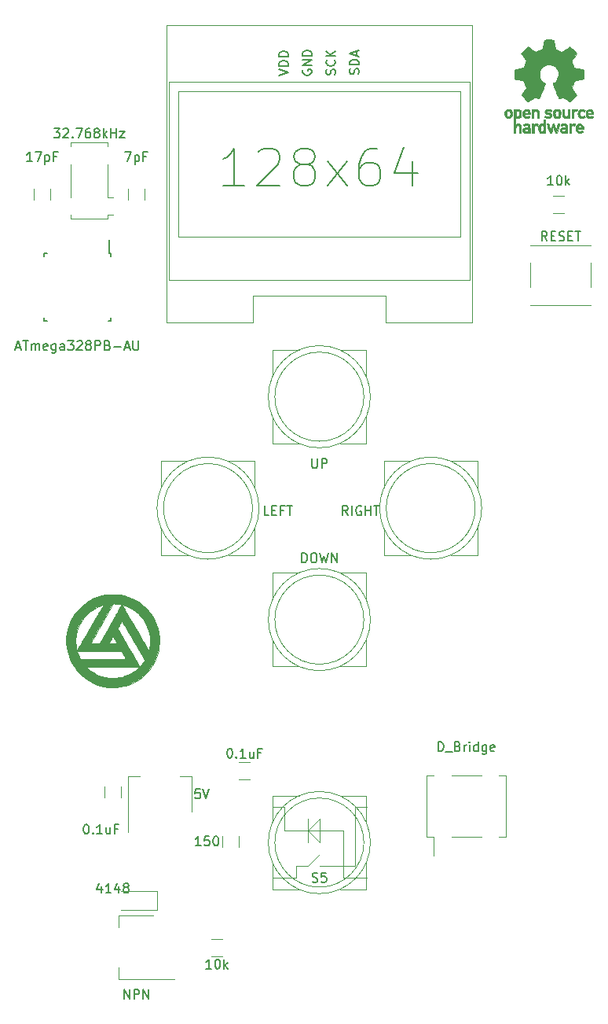
<source format=gbr>
G04 #@! TF.GenerationSoftware,KiCad,Pcbnew,5.1.5+dfsg1-2build2*
G04 #@! TF.CreationDate,2020-07-19T12:41:51+10:00*
G04 #@! TF.ProjectId,grinder_timer,6772696e-6465-4725-9f74-696d65722e6b,rev?*
G04 #@! TF.SameCoordinates,Original*
G04 #@! TF.FileFunction,Legend,Top*
G04 #@! TF.FilePolarity,Positive*
%FSLAX46Y46*%
G04 Gerber Fmt 4.6, Leading zero omitted, Abs format (unit mm)*
G04 Created by KiCad (PCBNEW 5.1.5+dfsg1-2build2) date 2020-07-19 12:41:51*
%MOMM*%
%LPD*%
G04 APERTURE LIST*
%ADD10C,0.010000*%
%ADD11C,0.150000*%
%ADD12C,0.120000*%
G04 APERTURE END LIST*
D10*
G36*
X59871633Y101392360D02*
G01*
X59982007Y101370885D01*
X60021500Y101355679D01*
X60077482Y101325775D01*
X60118873Y101291664D01*
X60148083Y101245527D01*
X60167521Y101179545D01*
X60179595Y101085898D01*
X60186716Y100956767D01*
X60190829Y100806092D01*
X60199400Y100410395D01*
X60096698Y100410395D01*
X60028014Y100415482D01*
X59997978Y100433669D01*
X59993996Y100451974D01*
X59989828Y100478243D01*
X59969390Y100470247D01*
X59944003Y100448311D01*
X59876493Y100413577D01*
X59781317Y100395351D01*
X59678802Y100395260D01*
X59589276Y100414933D01*
X59579456Y100419117D01*
X59481753Y100487085D01*
X59418054Y100579199D01*
X59392518Y100684109D01*
X59395431Y100702573D01*
X59580867Y100702573D01*
X59594569Y100659405D01*
X59606337Y100641624D01*
X59637256Y100609403D01*
X59682159Y100592568D01*
X59756288Y100586611D01*
X59793548Y100586261D01*
X59881989Y100589407D01*
X59933853Y100601338D01*
X59962558Y100625790D01*
X59967989Y100634856D01*
X59988510Y100698605D01*
X59993996Y100749013D01*
X59992059Y100782912D01*
X59979018Y100801955D01*
X59944024Y100809664D01*
X59876231Y100809560D01*
X59814805Y100807193D01*
X59715758Y100800629D01*
X59654261Y100788664D01*
X59617654Y100767806D01*
X59601586Y100748399D01*
X59580867Y100702573D01*
X59395431Y100702573D01*
X59409302Y100790466D01*
X59428682Y100830677D01*
X59475979Y100895301D01*
X59534540Y100938436D01*
X59615820Y100964968D01*
X59731276Y100979783D01*
X59786726Y100983369D01*
X59993996Y100994540D01*
X59993996Y101064966D01*
X59980326Y101131819D01*
X59954516Y101174872D01*
X59899576Y101201648D01*
X59815891Y101213343D01*
X59722841Y101209337D01*
X59639803Y101189009D01*
X59630988Y101185242D01*
X59575864Y101169603D01*
X59531297Y101189271D01*
X59516749Y101201697D01*
X59474393Y101252497D01*
X59476771Y101295000D01*
X59525630Y101338505D01*
X59544682Y101350255D01*
X59633039Y101381819D01*
X59748667Y101395929D01*
X59871633Y101392360D01*
G37*
X59871633Y101392360D02*
X59982007Y101370885D01*
X60021500Y101355679D01*
X60077482Y101325775D01*
X60118873Y101291664D01*
X60148083Y101245527D01*
X60167521Y101179545D01*
X60179595Y101085898D01*
X60186716Y100956767D01*
X60190829Y100806092D01*
X60199400Y100410395D01*
X60096698Y100410395D01*
X60028014Y100415482D01*
X59997978Y100433669D01*
X59993996Y100451974D01*
X59989828Y100478243D01*
X59969390Y100470247D01*
X59944003Y100448311D01*
X59876493Y100413577D01*
X59781317Y100395351D01*
X59678802Y100395260D01*
X59589276Y100414933D01*
X59579456Y100419117D01*
X59481753Y100487085D01*
X59418054Y100579199D01*
X59392518Y100684109D01*
X59395431Y100702573D01*
X59580867Y100702573D01*
X59594569Y100659405D01*
X59606337Y100641624D01*
X59637256Y100609403D01*
X59682159Y100592568D01*
X59756288Y100586611D01*
X59793548Y100586261D01*
X59881989Y100589407D01*
X59933853Y100601338D01*
X59962558Y100625790D01*
X59967989Y100634856D01*
X59988510Y100698605D01*
X59993996Y100749013D01*
X59992059Y100782912D01*
X59979018Y100801955D01*
X59944024Y100809664D01*
X59876231Y100809560D01*
X59814805Y100807193D01*
X59715758Y100800629D01*
X59654261Y100788664D01*
X59617654Y100767806D01*
X59601586Y100748399D01*
X59580867Y100702573D01*
X59395431Y100702573D01*
X59409302Y100790466D01*
X59428682Y100830677D01*
X59475979Y100895301D01*
X59534540Y100938436D01*
X59615820Y100964968D01*
X59731276Y100979783D01*
X59786726Y100983369D01*
X59993996Y100994540D01*
X59993996Y101064966D01*
X59980326Y101131819D01*
X59954516Y101174872D01*
X59899576Y101201648D01*
X59815891Y101213343D01*
X59722841Y101209337D01*
X59639803Y101189009D01*
X59630988Y101185242D01*
X59575864Y101169603D01*
X59531297Y101189271D01*
X59516749Y101201697D01*
X59474393Y101252497D01*
X59476771Y101295000D01*
X59525630Y101338505D01*
X59544682Y101350255D01*
X59633039Y101381819D01*
X59748667Y101395929D01*
X59871633Y101392360D01*
G36*
X61878269Y100410395D02*
G01*
X61777775Y100410395D01*
X61705553Y100417595D01*
X61677837Y100440067D01*
X61677280Y100445372D01*
X61668017Y100463239D01*
X61633755Y100456168D01*
X61584035Y100432810D01*
X61470524Y100392353D01*
X61362657Y100395419D01*
X61282077Y100422519D01*
X61208711Y100465267D01*
X61156858Y100524819D01*
X61123437Y100609194D01*
X61105364Y100726410D01*
X61099557Y100884486D01*
X61099548Y100888886D01*
X61300425Y100888886D01*
X61302499Y100781940D01*
X61310430Y100712253D01*
X61326782Y100666943D01*
X61350673Y100636508D01*
X61426575Y100592395D01*
X61513673Y100587863D01*
X61593817Y100621855D01*
X61625209Y100652458D01*
X61654328Y100700555D01*
X61670453Y100761743D01*
X61676778Y100851265D01*
X61677280Y100900911D01*
X61669905Y101028834D01*
X61644846Y101116253D01*
X61597704Y101171121D01*
X61524080Y101201393D01*
X61509361Y101204522D01*
X61443738Y101207253D01*
X61389913Y101178662D01*
X61364900Y101155492D01*
X61332350Y101118231D01*
X61313033Y101077716D01*
X61303567Y101019961D01*
X61300571Y100930982D01*
X61300425Y100888886D01*
X61099548Y100888886D01*
X61099530Y100897341D01*
X61100922Y101025642D01*
X61106318Y101115551D01*
X61117392Y101178868D01*
X61135819Y101227395D01*
X61149906Y101252397D01*
X61226076Y101332416D01*
X61328182Y101382129D01*
X61440855Y101397945D01*
X61548727Y101376275D01*
X61589106Y101355000D01*
X61637366Y101326090D01*
X61663834Y101314846D01*
X61669612Y101338149D01*
X61674146Y101400784D01*
X61676822Y101491839D01*
X61677280Y101553521D01*
X61677280Y101792195D01*
X61878269Y101792195D01*
X61878269Y100410395D01*
G37*
X61878269Y100410395D02*
X61777775Y100410395D01*
X61705553Y100417595D01*
X61677837Y100440067D01*
X61677280Y100445372D01*
X61668017Y100463239D01*
X61633755Y100456168D01*
X61584035Y100432810D01*
X61470524Y100392353D01*
X61362657Y100395419D01*
X61282077Y100422519D01*
X61208711Y100465267D01*
X61156858Y100524819D01*
X61123437Y100609194D01*
X61105364Y100726410D01*
X61099557Y100884486D01*
X61099548Y100888886D01*
X61300425Y100888886D01*
X61302499Y100781940D01*
X61310430Y100712253D01*
X61326782Y100666943D01*
X61350673Y100636508D01*
X61426575Y100592395D01*
X61513673Y100587863D01*
X61593817Y100621855D01*
X61625209Y100652458D01*
X61654328Y100700555D01*
X61670453Y100761743D01*
X61676778Y100851265D01*
X61677280Y100900911D01*
X61669905Y101028834D01*
X61644846Y101116253D01*
X61597704Y101171121D01*
X61524080Y101201393D01*
X61509361Y101204522D01*
X61443738Y101207253D01*
X61389913Y101178662D01*
X61364900Y101155492D01*
X61332350Y101118231D01*
X61313033Y101077716D01*
X61303567Y101019961D01*
X61300571Y100930982D01*
X61300425Y100888886D01*
X61099548Y100888886D01*
X61099530Y100897341D01*
X61100922Y101025642D01*
X61106318Y101115551D01*
X61117392Y101178868D01*
X61135819Y101227395D01*
X61149906Y101252397D01*
X61226076Y101332416D01*
X61328182Y101382129D01*
X61440855Y101397945D01*
X61548727Y101376275D01*
X61589106Y101355000D01*
X61637366Y101326090D01*
X61663834Y101314846D01*
X61669612Y101338149D01*
X61674146Y101400784D01*
X61676822Y101491839D01*
X61677280Y101553521D01*
X61677280Y101792195D01*
X61878269Y101792195D01*
X61878269Y100410395D01*
G36*
X63998547Y101375196D02*
G01*
X64063748Y101352675D01*
X64117125Y101321755D01*
X64156245Y101287041D01*
X64183301Y101240606D01*
X64200487Y101174520D01*
X64209995Y101080857D01*
X64214020Y100951686D01*
X64214768Y100806783D01*
X64214768Y100410395D01*
X64114273Y100410395D01*
X64051339Y100415638D01*
X64016338Y100428734D01*
X64013779Y100434029D01*
X63994901Y100440374D01*
X63949024Y100423837D01*
X63944689Y100421622D01*
X63848598Y100394009D01*
X63724103Y100391869D01*
X63643418Y100402974D01*
X63590134Y100427311D01*
X63527466Y100474357D01*
X63511519Y100489418D01*
X63462378Y100548445D01*
X63440422Y100610285D01*
X63435935Y100685300D01*
X63441658Y100726463D01*
X63614776Y100726463D01*
X63619117Y100662629D01*
X63652974Y100615118D01*
X63655767Y100613397D01*
X63712050Y100596126D01*
X63792386Y100588327D01*
X63877656Y100589825D01*
X63948741Y100600443D01*
X63983630Y100616409D01*
X64004699Y100661223D01*
X64013771Y100727606D01*
X64013779Y100729465D01*
X64013779Y100812373D01*
X63842938Y100812373D01*
X63745354Y100807966D01*
X63672965Y100796112D01*
X63641949Y100782225D01*
X63614776Y100726463D01*
X63441658Y100726463D01*
X63452022Y100800990D01*
X63502196Y100887106D01*
X63589323Y100945650D01*
X63716268Y100978624D01*
X63869318Y100988099D01*
X64013779Y100988239D01*
X64013779Y101075288D01*
X64000583Y101151073D01*
X63965183Y101188344D01*
X63887950Y101209832D01*
X63790545Y101211833D01*
X63699041Y101194506D01*
X63678900Y101186612D01*
X63622811Y101172599D01*
X63567383Y101192500D01*
X63552100Y101202063D01*
X63500659Y101243238D01*
X63493015Y101277821D01*
X63530309Y101315818D01*
X63567834Y101340245D01*
X63652691Y101371986D01*
X63765919Y101388721D01*
X63887783Y101389956D01*
X63998547Y101375196D01*
G37*
X63998547Y101375196D02*
X64063748Y101352675D01*
X64117125Y101321755D01*
X64156245Y101287041D01*
X64183301Y101240606D01*
X64200487Y101174520D01*
X64209995Y101080857D01*
X64214020Y100951686D01*
X64214768Y100806783D01*
X64214768Y100410395D01*
X64114273Y100410395D01*
X64051339Y100415638D01*
X64016338Y100428734D01*
X64013779Y100434029D01*
X63994901Y100440374D01*
X63949024Y100423837D01*
X63944689Y100421622D01*
X63848598Y100394009D01*
X63724103Y100391869D01*
X63643418Y100402974D01*
X63590134Y100427311D01*
X63527466Y100474357D01*
X63511519Y100489418D01*
X63462378Y100548445D01*
X63440422Y100610285D01*
X63435935Y100685300D01*
X63441658Y100726463D01*
X63614776Y100726463D01*
X63619117Y100662629D01*
X63652974Y100615118D01*
X63655767Y100613397D01*
X63712050Y100596126D01*
X63792386Y100588327D01*
X63877656Y100589825D01*
X63948741Y100600443D01*
X63983630Y100616409D01*
X64004699Y100661223D01*
X64013771Y100727606D01*
X64013779Y100729465D01*
X64013779Y100812373D01*
X63842938Y100812373D01*
X63745354Y100807966D01*
X63672965Y100796112D01*
X63641949Y100782225D01*
X63614776Y100726463D01*
X63441658Y100726463D01*
X63452022Y100800990D01*
X63502196Y100887106D01*
X63589323Y100945650D01*
X63716268Y100978624D01*
X63869318Y100988099D01*
X64013779Y100988239D01*
X64013779Y101075288D01*
X64000583Y101151073D01*
X63965183Y101188344D01*
X63887950Y101209832D01*
X63790545Y101211833D01*
X63699041Y101194506D01*
X63678900Y101186612D01*
X63622811Y101172599D01*
X63567383Y101192500D01*
X63552100Y101202063D01*
X63500659Y101243238D01*
X63493015Y101277821D01*
X63530309Y101315818D01*
X63567834Y101340245D01*
X63652691Y101371986D01*
X63765919Y101388721D01*
X63887783Y101389956D01*
X63998547Y101375196D01*
G36*
X65634253Y101384144D02*
G01*
X65756965Y101333496D01*
X65852234Y101243859D01*
X65916557Y101120417D01*
X65946436Y100968355D01*
X65948159Y100919149D01*
X65948299Y100812373D01*
X65634253Y100812373D01*
X65488832Y100810304D01*
X65386838Y100804237D01*
X65330796Y100794385D01*
X65320208Y100786002D01*
X65334996Y100732092D01*
X65370185Y100668454D01*
X65412013Y100617284D01*
X65434390Y100601867D01*
X65515163Y100586954D01*
X65609463Y100591063D01*
X65691776Y100612058D01*
X65716798Y100625513D01*
X65757889Y100648731D01*
X65793641Y100645337D01*
X65845709Y100612871D01*
X65849048Y100610499D01*
X65897096Y100571199D01*
X65907576Y100542354D01*
X65892812Y100517018D01*
X65811084Y100452933D01*
X65698337Y100410234D01*
X65570505Y100392421D01*
X65443523Y100402992D01*
X65411138Y100411260D01*
X65293634Y100470731D01*
X65207660Y100568490D01*
X65154114Y100702992D01*
X65133895Y100872695D01*
X65133744Y100887744D01*
X65146337Y101019020D01*
X65326805Y101019020D01*
X65352516Y100998938D01*
X65414332Y100990241D01*
X65518934Y100988250D01*
X65533759Y100988239D01*
X65644312Y100991210D01*
X65717360Y100999633D01*
X65746960Y101012775D01*
X65747310Y101014610D01*
X65732521Y101068520D01*
X65697332Y101132158D01*
X65655504Y101183329D01*
X65633128Y101198745D01*
X65528502Y101217635D01*
X65436657Y101193882D01*
X65367871Y101130712D01*
X65356964Y101112060D01*
X65330515Y101055167D01*
X65326805Y101019020D01*
X65146337Y101019020D01*
X65150399Y101061355D01*
X65199512Y101201858D01*
X65278266Y101306456D01*
X65383842Y101372355D01*
X65513422Y101396759D01*
X65634253Y101384144D01*
G37*
X65634253Y101384144D02*
X65756965Y101333496D01*
X65852234Y101243859D01*
X65916557Y101120417D01*
X65946436Y100968355D01*
X65948159Y100919149D01*
X65948299Y100812373D01*
X65634253Y100812373D01*
X65488832Y100810304D01*
X65386838Y100804237D01*
X65330796Y100794385D01*
X65320208Y100786002D01*
X65334996Y100732092D01*
X65370185Y100668454D01*
X65412013Y100617284D01*
X65434390Y100601867D01*
X65515163Y100586954D01*
X65609463Y100591063D01*
X65691776Y100612058D01*
X65716798Y100625513D01*
X65757889Y100648731D01*
X65793641Y100645337D01*
X65845709Y100612871D01*
X65849048Y100610499D01*
X65897096Y100571199D01*
X65907576Y100542354D01*
X65892812Y100517018D01*
X65811084Y100452933D01*
X65698337Y100410234D01*
X65570505Y100392421D01*
X65443523Y100402992D01*
X65411138Y100411260D01*
X65293634Y100470731D01*
X65207660Y100568490D01*
X65154114Y100702992D01*
X65133895Y100872695D01*
X65133744Y100887744D01*
X65146337Y101019020D01*
X65326805Y101019020D01*
X65352516Y100998938D01*
X65414332Y100990241D01*
X65518934Y100988250D01*
X65533759Y100988239D01*
X65644312Y100991210D01*
X65717360Y100999633D01*
X65746960Y101012775D01*
X65747310Y101014610D01*
X65732521Y101068520D01*
X65697332Y101132158D01*
X65655504Y101183329D01*
X65633128Y101198745D01*
X65528502Y101217635D01*
X65436657Y101193882D01*
X65367871Y101130712D01*
X65356964Y101112060D01*
X65330515Y101055167D01*
X65326805Y101019020D01*
X65146337Y101019020D01*
X65150399Y101061355D01*
X65199512Y101201858D01*
X65278266Y101306456D01*
X65383842Y101372355D01*
X65513422Y101396759D01*
X65634253Y101384144D01*
G36*
X58617567Y102965653D02*
G01*
X58649251Y102938789D01*
X58655426Y102921755D01*
X58668843Y102886849D01*
X58691111Y102891870D01*
X58714864Y102912164D01*
X58788067Y102950446D01*
X58886315Y102967140D01*
X58988599Y102960745D01*
X59061369Y102936899D01*
X59135542Y102888044D01*
X59187014Y102825124D01*
X59219281Y102739125D01*
X59235836Y102621033D01*
X59240193Y102475567D01*
X59236135Y102322751D01*
X59221631Y102210106D01*
X59193381Y102128065D01*
X59148082Y102067061D01*
X59082434Y102017529D01*
X59082044Y102017291D01*
X58966600Y101974652D01*
X58844714Y101977826D01*
X58744095Y102018033D01*
X58662443Y102067817D01*
X58662443Y101313556D01*
X58736566Y101351886D01*
X58809318Y101376096D01*
X58899603Y101389360D01*
X58925363Y101390217D01*
X59006151Y101383481D01*
X59069334Y101356439D01*
X59133880Y101304277D01*
X59227725Y101218337D01*
X59243745Y100410395D01*
X59039298Y100410395D01*
X59039298Y100746781D01*
X59038448Y100886981D01*
X59035158Y100986260D01*
X59028319Y101053927D01*
X59016822Y101099291D01*
X58999557Y101131661D01*
X58992287Y101141222D01*
X58926615Y101186379D01*
X58841367Y101199714D01*
X58756511Y101180406D01*
X58713940Y101152673D01*
X58693282Y101130114D01*
X58679003Y101100369D01*
X58669941Y101054547D01*
X58664936Y100983754D01*
X58662827Y100879097D01*
X58662443Y100758232D01*
X58662443Y100410395D01*
X58461454Y100410395D01*
X58461454Y102470534D01*
X58662443Y102470534D01*
X58668950Y102339193D01*
X58691222Y102250131D01*
X58733386Y102196745D01*
X58799569Y102172432D01*
X58850871Y102169050D01*
X58940342Y102187149D01*
X58989051Y102219297D01*
X59015195Y102253851D01*
X59030557Y102301335D01*
X59037721Y102374681D01*
X59039298Y102470534D01*
X59032791Y102601874D01*
X59010519Y102690936D01*
X58968355Y102744322D01*
X58902172Y102768635D01*
X58850871Y102772017D01*
X58768783Y102761606D01*
X58713119Y102725971D01*
X58679753Y102658508D01*
X58664557Y102552617D01*
X58662443Y102470534D01*
X58461454Y102470534D01*
X58461454Y102973006D01*
X58551739Y102973006D01*
X58617567Y102965653D01*
G37*
X58617567Y102965653D02*
X58649251Y102938789D01*
X58655426Y102921755D01*
X58668843Y102886849D01*
X58691111Y102891870D01*
X58714864Y102912164D01*
X58788067Y102950446D01*
X58886315Y102967140D01*
X58988599Y102960745D01*
X59061369Y102936899D01*
X59135542Y102888044D01*
X59187014Y102825124D01*
X59219281Y102739125D01*
X59235836Y102621033D01*
X59240193Y102475567D01*
X59236135Y102322751D01*
X59221631Y102210106D01*
X59193381Y102128065D01*
X59148082Y102067061D01*
X59082434Y102017529D01*
X59082044Y102017291D01*
X58966600Y101974652D01*
X58844714Y101977826D01*
X58744095Y102018033D01*
X58662443Y102067817D01*
X58662443Y101313556D01*
X58736566Y101351886D01*
X58809318Y101376096D01*
X58899603Y101389360D01*
X58925363Y101390217D01*
X59006151Y101383481D01*
X59069334Y101356439D01*
X59133880Y101304277D01*
X59227725Y101218337D01*
X59243745Y100410395D01*
X59039298Y100410395D01*
X59039298Y100746781D01*
X59038448Y100886981D01*
X59035158Y100986260D01*
X59028319Y101053927D01*
X59016822Y101099291D01*
X58999557Y101131661D01*
X58992287Y101141222D01*
X58926615Y101186379D01*
X58841367Y101199714D01*
X58756511Y101180406D01*
X58713940Y101152673D01*
X58693282Y101130114D01*
X58679003Y101100369D01*
X58669941Y101054547D01*
X58664936Y100983754D01*
X58662827Y100879097D01*
X58662443Y100758232D01*
X58662443Y100410395D01*
X58461454Y100410395D01*
X58461454Y102470534D01*
X58662443Y102470534D01*
X58668950Y102339193D01*
X58691222Y102250131D01*
X58733386Y102196745D01*
X58799569Y102172432D01*
X58850871Y102169050D01*
X58940342Y102187149D01*
X58989051Y102219297D01*
X59015195Y102253851D01*
X59030557Y102301335D01*
X59037721Y102374681D01*
X59039298Y102470534D01*
X59032791Y102601874D01*
X59010519Y102690936D01*
X58968355Y102744322D01*
X58902172Y102768635D01*
X58850871Y102772017D01*
X58768783Y102761606D01*
X58713119Y102725971D01*
X58679753Y102658508D01*
X58664557Y102552617D01*
X58662443Y102470534D01*
X58461454Y102470534D01*
X58461454Y102973006D01*
X58551739Y102973006D01*
X58617567Y102965653D01*
G36*
X60591046Y101384176D02*
G01*
X60619962Y101363894D01*
X60622087Y101351886D01*
X60627127Y101328413D01*
X60651062Y101330303D01*
X60696210Y101351886D01*
X60778744Y101378812D01*
X60876365Y101388936D01*
X60968398Y101381923D01*
X61034166Y101357438D01*
X61034269Y101357363D01*
X61060241Y101333487D01*
X61059423Y101307767D01*
X61028854Y101264869D01*
X61012651Y101245421D01*
X60965181Y101195695D01*
X60927270Y101180167D01*
X60881271Y101190982D01*
X60785379Y101202297D01*
X60692503Y101165261D01*
X60666054Y101144677D01*
X60648182Y101122815D01*
X60635830Y101088357D01*
X60628029Y101032800D01*
X60623812Y100947641D01*
X60622212Y100824374D01*
X60622087Y100758232D01*
X60622087Y100410395D01*
X60421098Y100410395D01*
X60421098Y101390217D01*
X60521593Y101390217D01*
X60591046Y101384176D01*
G37*
X60591046Y101384176D02*
X60619962Y101363894D01*
X60622087Y101351886D01*
X60627127Y101328413D01*
X60651062Y101330303D01*
X60696210Y101351886D01*
X60778744Y101378812D01*
X60876365Y101388936D01*
X60968398Y101381923D01*
X61034166Y101357438D01*
X61034269Y101357363D01*
X61060241Y101333487D01*
X61059423Y101307767D01*
X61028854Y101264869D01*
X61012651Y101245421D01*
X60965181Y101195695D01*
X60927270Y101180167D01*
X60881271Y101190982D01*
X60785379Y101202297D01*
X60692503Y101165261D01*
X60666054Y101144677D01*
X60648182Y101122815D01*
X60635830Y101088357D01*
X60628029Y101032800D01*
X60623812Y100947641D01*
X60622212Y100824374D01*
X60622087Y100758232D01*
X60622087Y100410395D01*
X60421098Y100410395D01*
X60421098Y101390217D01*
X60521593Y101390217D01*
X60591046Y101384176D01*
G36*
X62168457Y101386172D02*
G01*
X62191723Y101371500D01*
X62212519Y101339850D01*
X62234044Y101284810D01*
X62259499Y101199972D01*
X62292082Y101078925D01*
X62330756Y100931409D01*
X62356993Y100835982D01*
X62379204Y100763587D01*
X62394125Y100724472D01*
X62397871Y100720633D01*
X62408827Y100746611D01*
X62432337Y100811302D01*
X62465226Y100905697D01*
X62504315Y101020788D01*
X62515380Y101053824D01*
X62559268Y101183757D01*
X62591842Y101273561D01*
X62617313Y101330894D01*
X62639891Y101363416D01*
X62663788Y101378784D01*
X62693213Y101384659D01*
X62697503Y101385109D01*
X62726915Y101386805D01*
X62749931Y101380292D01*
X62770528Y101358428D01*
X62792683Y101314069D01*
X62820371Y101240073D01*
X62857570Y101129297D01*
X62882847Y101052171D01*
X62923965Y100932016D01*
X62960529Y100835496D01*
X62989537Y100769809D01*
X63007988Y100742151D01*
X63011678Y100743234D01*
X63024514Y100778518D01*
X63046885Y100852003D01*
X63075738Y100953246D01*
X63108019Y101071804D01*
X63110852Y101082453D01*
X63192566Y101390217D01*
X63404653Y101390217D01*
X63249468Y100906587D01*
X63094282Y100422957D01*
X62911376Y100407543D01*
X62835953Y100653925D01*
X62802114Y100765851D01*
X62772400Y100866654D01*
X62750945Y100942181D01*
X62743718Y100969634D01*
X62725322Y101024112D01*
X62707837Y101050746D01*
X62694149Y101032517D01*
X62669851Y100974343D01*
X62638060Y100884617D01*
X62601890Y100771732D01*
X62591283Y100736719D01*
X62493798Y100410907D01*
X62402098Y100410651D01*
X62310399Y100410395D01*
X62172186Y100843778D01*
X62126644Y100986798D01*
X62085505Y101116399D01*
X62051583Y101223686D01*
X62027690Y101299765D01*
X62017237Y101333689D01*
X62011217Y101369740D01*
X62029647Y101385967D01*
X62084142Y101390144D01*
X62101716Y101390217D01*
X62139522Y101390274D01*
X62168457Y101386172D01*
G37*
X62168457Y101386172D02*
X62191723Y101371500D01*
X62212519Y101339850D01*
X62234044Y101284810D01*
X62259499Y101199972D01*
X62292082Y101078925D01*
X62330756Y100931409D01*
X62356993Y100835982D01*
X62379204Y100763587D01*
X62394125Y100724472D01*
X62397871Y100720633D01*
X62408827Y100746611D01*
X62432337Y100811302D01*
X62465226Y100905697D01*
X62504315Y101020788D01*
X62515380Y101053824D01*
X62559268Y101183757D01*
X62591842Y101273561D01*
X62617313Y101330894D01*
X62639891Y101363416D01*
X62663788Y101378784D01*
X62693213Y101384659D01*
X62697503Y101385109D01*
X62726915Y101386805D01*
X62749931Y101380292D01*
X62770528Y101358428D01*
X62792683Y101314069D01*
X62820371Y101240073D01*
X62857570Y101129297D01*
X62882847Y101052171D01*
X62923965Y100932016D01*
X62960529Y100835496D01*
X62989537Y100769809D01*
X63007988Y100742151D01*
X63011678Y100743234D01*
X63024514Y100778518D01*
X63046885Y100852003D01*
X63075738Y100953246D01*
X63108019Y101071804D01*
X63110852Y101082453D01*
X63192566Y101390217D01*
X63404653Y101390217D01*
X63249468Y100906587D01*
X63094282Y100422957D01*
X62911376Y100407543D01*
X62835953Y100653925D01*
X62802114Y100765851D01*
X62772400Y100866654D01*
X62750945Y100942181D01*
X62743718Y100969634D01*
X62725322Y101024112D01*
X62707837Y101050746D01*
X62694149Y101032517D01*
X62669851Y100974343D01*
X62638060Y100884617D01*
X62601890Y100771732D01*
X62591283Y100736719D01*
X62493798Y100410907D01*
X62402098Y100410651D01*
X62310399Y100410395D01*
X62172186Y100843778D01*
X62126644Y100986798D01*
X62085505Y101116399D01*
X62051583Y101223686D01*
X62027690Y101299765D01*
X62017237Y101333689D01*
X62011217Y101369740D01*
X62029647Y101385967D01*
X62084142Y101390144D01*
X62101716Y101390217D01*
X62139522Y101390274D01*
X62168457Y101386172D01*
G36*
X64606889Y101386155D02*
G01*
X64635897Y101369339D01*
X64641870Y101338146D01*
X64641870Y101286076D01*
X64708067Y101338146D01*
X64777804Y101371112D01*
X64871207Y101388716D01*
X64968139Y101389826D01*
X65048465Y101373307D01*
X65075172Y101358813D01*
X65097450Y101335109D01*
X65093280Y101307056D01*
X65059002Y101260325D01*
X65046061Y101244944D01*
X64998295Y101194054D01*
X64961501Y101176515D01*
X64917098Y101185037D01*
X64904821Y101189550D01*
X64814076Y101200731D01*
X64731547Y101170295D01*
X64673130Y101104418D01*
X64670252Y101098415D01*
X64658601Y101047465D01*
X64649437Y100957368D01*
X64643596Y100839200D01*
X64641870Y100723259D01*
X64641870Y100410395D01*
X64440880Y100410395D01*
X64440880Y101390217D01*
X64541375Y101390217D01*
X64606889Y101386155D01*
G37*
X64606889Y101386155D02*
X64635897Y101369339D01*
X64641870Y101338146D01*
X64641870Y101286076D01*
X64708067Y101338146D01*
X64777804Y101371112D01*
X64871207Y101388716D01*
X64968139Y101389826D01*
X65048465Y101373307D01*
X65075172Y101358813D01*
X65097450Y101335109D01*
X65093280Y101307056D01*
X65059002Y101260325D01*
X65046061Y101244944D01*
X64998295Y101194054D01*
X64961501Y101176515D01*
X64917098Y101185037D01*
X64904821Y101189550D01*
X64814076Y101200731D01*
X64731547Y101170295D01*
X64673130Y101104418D01*
X64670252Y101098415D01*
X64658601Y101047465D01*
X64649437Y100957368D01*
X64643596Y100839200D01*
X64641870Y100723259D01*
X64641870Y100410395D01*
X64440880Y100410395D01*
X64440880Y101390217D01*
X64541375Y101390217D01*
X64606889Y101386155D01*
G36*
X57993666Y102958219D02*
G01*
X58107407Y102900672D01*
X58201176Y102803552D01*
X58219328Y102775003D01*
X58250930Y102687693D01*
X58268529Y102569630D01*
X58272125Y102438321D01*
X58261717Y102311269D01*
X58237306Y102205979D01*
X58219328Y102166064D01*
X58134347Y102064760D01*
X58023978Y101996957D01*
X57899961Y101965610D01*
X57774038Y101973676D01*
X57657951Y102024108D01*
X57657242Y102024589D01*
X57576250Y102086146D01*
X57522058Y102148096D01*
X57489546Y102222572D01*
X57473597Y102321705D01*
X57469090Y102457628D01*
X57469070Y102470534D01*
X57670059Y102470534D01*
X57671451Y102366611D01*
X57677622Y102300115D01*
X57691564Y102258257D01*
X57716271Y102228250D01*
X57729371Y102217077D01*
X57813257Y102177667D01*
X57910991Y102171892D01*
X57983114Y102193643D01*
X58033985Y102246789D01*
X58066731Y102332627D01*
X58081354Y102436985D01*
X58077853Y102545692D01*
X58056228Y102644576D01*
X58016479Y102719463D01*
X57983114Y102747424D01*
X57892908Y102770756D01*
X57795823Y102758539D01*
X57729371Y102723990D01*
X57699692Y102695136D01*
X57681936Y102659386D01*
X57673110Y102603949D01*
X57670222Y102516039D01*
X57670059Y102470534D01*
X57469070Y102470534D01*
X57470556Y102590200D01*
X57476362Y102671947D01*
X57488515Y102728047D01*
X57509040Y102770774D01*
X57521628Y102789018D01*
X57623933Y102891594D01*
X57742796Y102953864D01*
X57869085Y102976011D01*
X57993666Y102958219D01*
G37*
X57993666Y102958219D02*
X58107407Y102900672D01*
X58201176Y102803552D01*
X58219328Y102775003D01*
X58250930Y102687693D01*
X58268529Y102569630D01*
X58272125Y102438321D01*
X58261717Y102311269D01*
X58237306Y102205979D01*
X58219328Y102166064D01*
X58134347Y102064760D01*
X58023978Y101996957D01*
X57899961Y101965610D01*
X57774038Y101973676D01*
X57657951Y102024108D01*
X57657242Y102024589D01*
X57576250Y102086146D01*
X57522058Y102148096D01*
X57489546Y102222572D01*
X57473597Y102321705D01*
X57469090Y102457628D01*
X57469070Y102470534D01*
X57670059Y102470534D01*
X57671451Y102366611D01*
X57677622Y102300115D01*
X57691564Y102258257D01*
X57716271Y102228250D01*
X57729371Y102217077D01*
X57813257Y102177667D01*
X57910991Y102171892D01*
X57983114Y102193643D01*
X58033985Y102246789D01*
X58066731Y102332627D01*
X58081354Y102436985D01*
X58077853Y102545692D01*
X58056228Y102644576D01*
X58016479Y102719463D01*
X57983114Y102747424D01*
X57892908Y102770756D01*
X57795823Y102758539D01*
X57729371Y102723990D01*
X57699692Y102695136D01*
X57681936Y102659386D01*
X57673110Y102603949D01*
X57670222Y102516039D01*
X57670059Y102470534D01*
X57469070Y102470534D01*
X57470556Y102590200D01*
X57476362Y102671947D01*
X57488515Y102728047D01*
X57509040Y102770774D01*
X57521628Y102789018D01*
X57623933Y102891594D01*
X57742796Y102953864D01*
X57869085Y102976011D01*
X57993666Y102958219D01*
G36*
X59888416Y102963887D02*
G01*
X60003943Y102916065D01*
X60105318Y102833310D01*
X60168116Y102721803D01*
X60194053Y102578162D01*
X60194985Y102540016D01*
X60194985Y102395163D01*
X59893502Y102395163D01*
X59766482Y102394848D01*
X59681336Y102392823D01*
X59629690Y102387464D01*
X59603171Y102377148D01*
X59593405Y102360253D01*
X59592018Y102336733D01*
X59609745Y102278051D01*
X59649754Y102224063D01*
X59743678Y102165973D01*
X59848399Y102156600D01*
X59951127Y102190769D01*
X60046438Y102240123D01*
X60112176Y102183578D01*
X60153665Y102137953D01*
X60156179Y102099170D01*
X60116600Y102059702D01*
X60043540Y102017949D01*
X59926542Y101980151D01*
X59793416Y101970326D01*
X59668104Y101989323D01*
X59629703Y102003297D01*
X59521789Y102077353D01*
X59445439Y102189196D01*
X59401743Y102336664D01*
X59391029Y102476965D01*
X59408064Y102623134D01*
X59592685Y102623134D01*
X59602222Y102581601D01*
X59647546Y102557628D01*
X59734058Y102547253D01*
X59804780Y102545905D01*
X59900979Y102546838D01*
X59957463Y102551758D01*
X59984757Y102563850D01*
X59993389Y102586296D01*
X59993996Y102603123D01*
X59973051Y102685824D01*
X59918749Y102746026D01*
X59843895Y102780934D01*
X59761290Y102787754D01*
X59683738Y102763689D01*
X59624040Y102705944D01*
X59613530Y102686191D01*
X59592685Y102623134D01*
X59408064Y102623134D01*
X59409656Y102636794D01*
X59461690Y102770667D01*
X59541356Y102874450D01*
X59642881Y102944004D01*
X59760493Y102975195D01*
X59888416Y102963887D01*
G37*
X59888416Y102963887D02*
X60003943Y102916065D01*
X60105318Y102833310D01*
X60168116Y102721803D01*
X60194053Y102578162D01*
X60194985Y102540016D01*
X60194985Y102395163D01*
X59893502Y102395163D01*
X59766482Y102394848D01*
X59681336Y102392823D01*
X59629690Y102387464D01*
X59603171Y102377148D01*
X59593405Y102360253D01*
X59592018Y102336733D01*
X59609745Y102278051D01*
X59649754Y102224063D01*
X59743678Y102165973D01*
X59848399Y102156600D01*
X59951127Y102190769D01*
X60046438Y102240123D01*
X60112176Y102183578D01*
X60153665Y102137953D01*
X60156179Y102099170D01*
X60116600Y102059702D01*
X60043540Y102017949D01*
X59926542Y101980151D01*
X59793416Y101970326D01*
X59668104Y101989323D01*
X59629703Y102003297D01*
X59521789Y102077353D01*
X59445439Y102189196D01*
X59401743Y102336664D01*
X59391029Y102476965D01*
X59408064Y102623134D01*
X59592685Y102623134D01*
X59602222Y102581601D01*
X59647546Y102557628D01*
X59734058Y102547253D01*
X59804780Y102545905D01*
X59900979Y102546838D01*
X59957463Y102551758D01*
X59984757Y102563850D01*
X59993389Y102586296D01*
X59993996Y102603123D01*
X59973051Y102685824D01*
X59918749Y102746026D01*
X59843895Y102780934D01*
X59761290Y102787754D01*
X59683738Y102763689D01*
X59624040Y102705944D01*
X59613530Y102686191D01*
X59592685Y102623134D01*
X59408064Y102623134D01*
X59409656Y102636794D01*
X59461690Y102770667D01*
X59541356Y102874450D01*
X59642881Y102944004D01*
X59760493Y102975195D01*
X59888416Y102963887D01*
G36*
X60537145Y102968760D02*
G01*
X60566213Y102951680D01*
X60571840Y102923128D01*
X60574015Y102891994D01*
X60588993Y102887106D01*
X60629456Y102908451D01*
X60653492Y102923035D01*
X60764842Y102965448D01*
X60882108Y102968028D01*
X60992687Y102934366D01*
X61083974Y102868052D01*
X61138634Y102784836D01*
X61155273Y102724412D01*
X61166517Y102632357D01*
X61172862Y102502468D01*
X61174807Y102333161D01*
X61174807Y101968061D01*
X60973818Y101968061D01*
X60973818Y102303842D01*
X60973100Y102442479D01*
X60970114Y102540522D01*
X60963610Y102607617D01*
X60952339Y102653405D01*
X60935052Y102687532D01*
X60921747Y102705820D01*
X60852777Y102757626D01*
X60766732Y102774608D01*
X60682247Y102755903D01*
X60632262Y102719213D01*
X60612628Y102691497D01*
X60598613Y102652850D01*
X60588976Y102594367D01*
X60582476Y102507145D01*
X60577871Y102382278D01*
X60576222Y102317235D01*
X60568042Y101968061D01*
X60370851Y101968061D01*
X60370851Y102973006D01*
X60471345Y102973006D01*
X60537145Y102968760D01*
G37*
X60537145Y102968760D02*
X60566213Y102951680D01*
X60571840Y102923128D01*
X60574015Y102891994D01*
X60588993Y102887106D01*
X60629456Y102908451D01*
X60653492Y102923035D01*
X60764842Y102965448D01*
X60882108Y102968028D01*
X60992687Y102934366D01*
X61083974Y102868052D01*
X61138634Y102784836D01*
X61155273Y102724412D01*
X61166517Y102632357D01*
X61172862Y102502468D01*
X61174807Y102333161D01*
X61174807Y101968061D01*
X60973818Y101968061D01*
X60973818Y102303842D01*
X60973100Y102442479D01*
X60970114Y102540522D01*
X60963610Y102607617D01*
X60952339Y102653405D01*
X60935052Y102687532D01*
X60921747Y102705820D01*
X60852777Y102757626D01*
X60766732Y102774608D01*
X60682247Y102755903D01*
X60632262Y102719213D01*
X60612628Y102691497D01*
X60598613Y102652850D01*
X60588976Y102594367D01*
X60582476Y102507145D01*
X60577871Y102382278D01*
X60576222Y102317235D01*
X60568042Y101968061D01*
X60370851Y101968061D01*
X60370851Y102973006D01*
X60471345Y102973006D01*
X60537145Y102968760D01*
G36*
X62310499Y102951232D02*
G01*
X62433045Y102911320D01*
X62491430Y102881885D01*
X62520968Y102860765D01*
X62523086Y102837000D01*
X62496741Y102793885D01*
X62484899Y102777160D01*
X62446627Y102728300D01*
X62415509Y102714884D01*
X62370486Y102730777D01*
X62353858Y102738976D01*
X62235191Y102782004D01*
X62128198Y102790096D01*
X62043599Y102762748D01*
X62031712Y102754133D01*
X61989528Y102704635D01*
X61989550Y102651993D01*
X62000585Y102626330D01*
X62020631Y102607746D01*
X62058821Y102593373D01*
X62124284Y102580342D01*
X62226152Y102565785D01*
X62290613Y102557420D01*
X62415035Y102522823D01*
X62501546Y102456857D01*
X62548337Y102361356D01*
X62556607Y102287427D01*
X62535075Y102166798D01*
X62472475Y102072664D01*
X62371799Y102007366D01*
X62236041Y101973248D01*
X62149155Y101968613D01*
X62040152Y101979608D01*
X61937471Y102007091D01*
X61915955Y102016118D01*
X61840599Y102054892D01*
X61777336Y102093321D01*
X61765213Y102102105D01*
X61733749Y102130031D01*
X61732892Y102154001D01*
X61764826Y102191598D01*
X61777996Y102204992D01*
X61841027Y102268846D01*
X61964400Y102206386D01*
X62089670Y102156815D01*
X62197063Y102147048D01*
X62292876Y102173652D01*
X62339762Y102206297D01*
X62352067Y102256672D01*
X62350586Y102280427D01*
X62344616Y102319496D01*
X62328935Y102344471D01*
X62292805Y102361063D01*
X62225492Y102374981D01*
X62150794Y102386689D01*
X62022052Y102409574D01*
X61933177Y102435613D01*
X61873840Y102470216D01*
X61833714Y102518795D01*
X61811299Y102564550D01*
X61785321Y102681656D01*
X61807528Y102788186D01*
X61876311Y102880306D01*
X61970831Y102944743D01*
X62062882Y102969937D01*
X62181608Y102971435D01*
X62310499Y102951232D01*
G37*
X62310499Y102951232D02*
X62433045Y102911320D01*
X62491430Y102881885D01*
X62520968Y102860765D01*
X62523086Y102837000D01*
X62496741Y102793885D01*
X62484899Y102777160D01*
X62446627Y102728300D01*
X62415509Y102714884D01*
X62370486Y102730777D01*
X62353858Y102738976D01*
X62235191Y102782004D01*
X62128198Y102790096D01*
X62043599Y102762748D01*
X62031712Y102754133D01*
X61989528Y102704635D01*
X61989550Y102651993D01*
X62000585Y102626330D01*
X62020631Y102607746D01*
X62058821Y102593373D01*
X62124284Y102580342D01*
X62226152Y102565785D01*
X62290613Y102557420D01*
X62415035Y102522823D01*
X62501546Y102456857D01*
X62548337Y102361356D01*
X62556607Y102287427D01*
X62535075Y102166798D01*
X62472475Y102072664D01*
X62371799Y102007366D01*
X62236041Y101973248D01*
X62149155Y101968613D01*
X62040152Y101979608D01*
X61937471Y102007091D01*
X61915955Y102016118D01*
X61840599Y102054892D01*
X61777336Y102093321D01*
X61765213Y102102105D01*
X61733749Y102130031D01*
X61732892Y102154001D01*
X61764826Y102191598D01*
X61777996Y102204992D01*
X61841027Y102268846D01*
X61964400Y102206386D01*
X62089670Y102156815D01*
X62197063Y102147048D01*
X62292876Y102173652D01*
X62339762Y102206297D01*
X62352067Y102256672D01*
X62350586Y102280427D01*
X62344616Y102319496D01*
X62328935Y102344471D01*
X62292805Y102361063D01*
X62225492Y102374981D01*
X62150794Y102386689D01*
X62022052Y102409574D01*
X61933177Y102435613D01*
X61873840Y102470216D01*
X61833714Y102518795D01*
X61811299Y102564550D01*
X61785321Y102681656D01*
X61807528Y102788186D01*
X61876311Y102880306D01*
X61970831Y102944743D01*
X62062882Y102969937D01*
X62181608Y102971435D01*
X62310499Y102951232D01*
G36*
X63224947Y102955089D02*
G01*
X63339055Y102894694D01*
X63432628Y102795009D01*
X63447138Y102771932D01*
X63474315Y102714569D01*
X63490060Y102647348D01*
X63496859Y102555357D01*
X63497633Y102469144D01*
X63489113Y102317599D01*
X63462470Y102203202D01*
X63413376Y102114789D01*
X63337506Y102041193D01*
X63329497Y102035124D01*
X63258278Y102001885D01*
X63160942Y101980378D01*
X63057113Y101972487D01*
X62966416Y101980098D01*
X62920900Y101995860D01*
X62803030Y102088972D01*
X62727752Y102207745D01*
X62705822Y102275912D01*
X62689269Y102390296D01*
X62688484Y102470534D01*
X62895777Y102470534D01*
X62897168Y102366611D01*
X62903339Y102300115D01*
X62917281Y102258257D01*
X62941988Y102228250D01*
X62955088Y102217077D01*
X63038974Y102177667D01*
X63136708Y102171892D01*
X63208831Y102193643D01*
X63248967Y102233740D01*
X63282001Y102296331D01*
X63282550Y102297887D01*
X63305811Y102405994D01*
X63306855Y102519415D01*
X63287976Y102624157D01*
X63251470Y102706227D01*
X63208831Y102747424D01*
X63118625Y102770756D01*
X63021540Y102758539D01*
X62955088Y102723990D01*
X62925409Y102695136D01*
X62907653Y102659386D01*
X62898827Y102603949D01*
X62895939Y102516039D01*
X62895777Y102470534D01*
X62688484Y102470534D01*
X62688031Y102516740D01*
X62700634Y102639069D01*
X62725607Y102741110D01*
X62753247Y102796922D01*
X62854452Y102897110D01*
X62973141Y102956639D01*
X63099807Y102975851D01*
X63224947Y102955089D01*
G37*
X63224947Y102955089D02*
X63339055Y102894694D01*
X63432628Y102795009D01*
X63447138Y102771932D01*
X63474315Y102714569D01*
X63490060Y102647348D01*
X63496859Y102555357D01*
X63497633Y102469144D01*
X63489113Y102317599D01*
X63462470Y102203202D01*
X63413376Y102114789D01*
X63337506Y102041193D01*
X63329497Y102035124D01*
X63258278Y102001885D01*
X63160942Y101980378D01*
X63057113Y101972487D01*
X62966416Y101980098D01*
X62920900Y101995860D01*
X62803030Y102088972D01*
X62727752Y102207745D01*
X62705822Y102275912D01*
X62689269Y102390296D01*
X62688484Y102470534D01*
X62895777Y102470534D01*
X62897168Y102366611D01*
X62903339Y102300115D01*
X62917281Y102258257D01*
X62941988Y102228250D01*
X62955088Y102217077D01*
X63038974Y102177667D01*
X63136708Y102171892D01*
X63208831Y102193643D01*
X63248967Y102233740D01*
X63282001Y102296331D01*
X63282550Y102297887D01*
X63305811Y102405994D01*
X63306855Y102519415D01*
X63287976Y102624157D01*
X63251470Y102706227D01*
X63208831Y102747424D01*
X63118625Y102770756D01*
X63021540Y102758539D01*
X62955088Y102723990D01*
X62925409Y102695136D01*
X62907653Y102659386D01*
X62898827Y102603949D01*
X62895939Y102516039D01*
X62895777Y102470534D01*
X62688484Y102470534D01*
X62688031Y102516740D01*
X62700634Y102639069D01*
X62725607Y102741110D01*
X62753247Y102796922D01*
X62854452Y102897110D01*
X62973141Y102956639D01*
X63099807Y102975851D01*
X63224947Y102955089D01*
G36*
X64466004Y101968061D02*
G01*
X64375719Y101968061D01*
X64309892Y101975415D01*
X64278207Y102002278D01*
X64272032Y102019312D01*
X64258798Y102054179D01*
X64236936Y102049638D01*
X64211829Y102028211D01*
X64139377Y101990717D01*
X64041797Y101974720D01*
X63939769Y101981065D01*
X63853973Y102010600D01*
X63849400Y102013374D01*
X63791836Y102053168D01*
X63749699Y102094951D01*
X63720612Y102147066D01*
X63702197Y102217857D01*
X63692076Y102315670D01*
X63687872Y102448846D01*
X63687171Y102582706D01*
X63687171Y102973006D01*
X63858357Y102973006D01*
X63876654Y102617880D01*
X63886775Y102456503D01*
X63899969Y102338703D01*
X63919134Y102257812D01*
X63947170Y102207160D01*
X63986977Y102180077D01*
X64041454Y102169895D01*
X64071786Y102169050D01*
X64136690Y102172225D01*
X64184084Y102186375D01*
X64217075Y102218438D01*
X64238772Y102275350D01*
X64252282Y102364050D01*
X64260715Y102491474D01*
X64265015Y102600333D01*
X64277577Y102960445D01*
X64371790Y102968242D01*
X64466004Y102976040D01*
X64466004Y101968061D01*
G37*
X64466004Y101968061D02*
X64375719Y101968061D01*
X64309892Y101975415D01*
X64278207Y102002278D01*
X64272032Y102019312D01*
X64258798Y102054179D01*
X64236936Y102049638D01*
X64211829Y102028211D01*
X64139377Y101990717D01*
X64041797Y101974720D01*
X63939769Y101981065D01*
X63853973Y102010600D01*
X63849400Y102013374D01*
X63791836Y102053168D01*
X63749699Y102094951D01*
X63720612Y102147066D01*
X63702197Y102217857D01*
X63692076Y102315670D01*
X63687872Y102448846D01*
X63687171Y102582706D01*
X63687171Y102973006D01*
X63858357Y102973006D01*
X63876654Y102617880D01*
X63886775Y102456503D01*
X63899969Y102338703D01*
X63919134Y102257812D01*
X63947170Y102207160D01*
X63986977Y102180077D01*
X64041454Y102169895D01*
X64071786Y102169050D01*
X64136690Y102172225D01*
X64184084Y102186375D01*
X64217075Y102218438D01*
X64238772Y102275350D01*
X64252282Y102364050D01*
X64260715Y102491474D01*
X64265015Y102600333D01*
X64277577Y102960445D01*
X64371790Y102968242D01*
X64466004Y102976040D01*
X64466004Y101968061D01*
G36*
X64858411Y102968760D02*
G01*
X64887479Y102951680D01*
X64893106Y102923128D01*
X64895281Y102891994D01*
X64910260Y102887106D01*
X64950723Y102908451D01*
X64974758Y102923035D01*
X65064924Y102958977D01*
X65166747Y102971646D01*
X65259904Y102960174D01*
X65309125Y102937281D01*
X65339907Y102911101D01*
X65341886Y102886017D01*
X65314267Y102843500D01*
X65304545Y102830506D01*
X65266704Y102787812D01*
X65225352Y102768501D01*
X65161143Y102765779D01*
X65125800Y102767742D01*
X65046828Y102769488D01*
X64998053Y102757091D01*
X64960006Y102724036D01*
X64946755Y102707826D01*
X64924802Y102675668D01*
X64909775Y102638438D01*
X64900386Y102586430D01*
X64895345Y102509938D01*
X64893364Y102399254D01*
X64893106Y102303842D01*
X64893106Y101968061D01*
X64692117Y101968061D01*
X64692117Y102973006D01*
X64792611Y102973006D01*
X64858411Y102968760D01*
G37*
X64858411Y102968760D02*
X64887479Y102951680D01*
X64893106Y102923128D01*
X64895281Y102891994D01*
X64910260Y102887106D01*
X64950723Y102908451D01*
X64974758Y102923035D01*
X65064924Y102958977D01*
X65166747Y102971646D01*
X65259904Y102960174D01*
X65309125Y102937281D01*
X65339907Y102911101D01*
X65341886Y102886017D01*
X65314267Y102843500D01*
X65304545Y102830506D01*
X65266704Y102787812D01*
X65225352Y102768501D01*
X65161143Y102765779D01*
X65125800Y102767742D01*
X65046828Y102769488D01*
X64998053Y102757091D01*
X64960006Y102724036D01*
X64946755Y102707826D01*
X64924802Y102675668D01*
X64909775Y102638438D01*
X64900386Y102586430D01*
X64895345Y102509938D01*
X64893364Y102399254D01*
X64893106Y102303842D01*
X64893106Y101968061D01*
X64692117Y101968061D01*
X64692117Y102973006D01*
X64792611Y102973006D01*
X64858411Y102968760D01*
G36*
X65972410Y102937680D02*
G01*
X66062810Y102885667D01*
X66154316Y102815873D01*
X66089177Y102750734D01*
X66043705Y102709160D01*
X66010176Y102700169D01*
X65965699Y102720131D01*
X65950888Y102728806D01*
X65842997Y102767696D01*
X65733772Y102763894D01*
X65637654Y102718183D01*
X65629373Y102711384D01*
X65592324Y102675285D01*
X65571155Y102636914D01*
X65561483Y102581297D01*
X65558926Y102493458D01*
X65558882Y102470534D01*
X65560537Y102374391D01*
X65568423Y102313488D01*
X65586924Y102272847D01*
X65620421Y102237495D01*
X65629373Y102229684D01*
X65723401Y102179852D01*
X65831970Y102171852D01*
X65940639Y102206466D01*
X65950888Y102212261D01*
X66001383Y102238618D01*
X66035449Y102236890D01*
X66075977Y102203450D01*
X66089177Y102190333D01*
X66154316Y102125195D01*
X66061413Y102054334D01*
X65956771Y102000947D01*
X65829599Y101974097D01*
X65701059Y101976224D01*
X65607884Y102002019D01*
X65498834Y102077266D01*
X65417850Y102185027D01*
X65366584Y102315071D01*
X65346688Y102457169D01*
X65359813Y102601089D01*
X65407610Y102736603D01*
X65473576Y102833979D01*
X65578055Y102917273D01*
X65704486Y102963063D01*
X65840171Y102970237D01*
X65972410Y102937680D01*
G37*
X65972410Y102937680D02*
X66062810Y102885667D01*
X66154316Y102815873D01*
X66089177Y102750734D01*
X66043705Y102709160D01*
X66010176Y102700169D01*
X65965699Y102720131D01*
X65950888Y102728806D01*
X65842997Y102767696D01*
X65733772Y102763894D01*
X65637654Y102718183D01*
X65629373Y102711384D01*
X65592324Y102675285D01*
X65571155Y102636914D01*
X65561483Y102581297D01*
X65558926Y102493458D01*
X65558882Y102470534D01*
X65560537Y102374391D01*
X65568423Y102313488D01*
X65586924Y102272847D01*
X65620421Y102237495D01*
X65629373Y102229684D01*
X65723401Y102179852D01*
X65831970Y102171852D01*
X65940639Y102206466D01*
X65950888Y102212261D01*
X66001383Y102238618D01*
X66035449Y102236890D01*
X66075977Y102203450D01*
X66089177Y102190333D01*
X66154316Y102125195D01*
X66061413Y102054334D01*
X65956771Y102000947D01*
X65829599Y101974097D01*
X65701059Y101976224D01*
X65607884Y102002019D01*
X65498834Y102077266D01*
X65417850Y102185027D01*
X65366584Y102315071D01*
X65346688Y102457169D01*
X65359813Y102601089D01*
X65407610Y102736603D01*
X65473576Y102833979D01*
X65578055Y102917273D01*
X65704486Y102963063D01*
X65840171Y102970237D01*
X65972410Y102937680D01*
G36*
X66725172Y102960159D02*
G01*
X66844169Y102905065D01*
X66948044Y102809221D01*
X66959866Y102793880D01*
X66997419Y102710521D01*
X67020072Y102584402D01*
X67022144Y102561486D01*
X67035495Y102395163D01*
X66395077Y102395163D01*
X66412320Y102326073D01*
X66458067Y102230043D01*
X66533485Y102170346D01*
X66630566Y102150068D01*
X66741305Y102172299D01*
X66773862Y102186656D01*
X66871340Y102234885D01*
X66942332Y102173820D01*
X66987195Y102132567D01*
X66996947Y102107749D01*
X66975113Y102083679D01*
X66964441Y102075412D01*
X66836106Y102005367D01*
X66691527Y101972236D01*
X66545813Y101977560D01*
X66419644Y102019877D01*
X66323027Y102094791D01*
X66258039Y102202546D01*
X66223149Y102346544D01*
X66215807Y102472991D01*
X66218514Y102581805D01*
X66223752Y102617458D01*
X66407495Y102617458D01*
X66414389Y102568920D01*
X66444547Y102558120D01*
X66511844Y102550037D01*
X66603191Y102546083D01*
X66628120Y102545905D01*
X66727677Y102546898D01*
X66787188Y102551654D01*
X66816841Y102562838D01*
X66826825Y102583114D01*
X66827626Y102598084D01*
X66807261Y102656462D01*
X66756875Y102719349D01*
X66692527Y102771229D01*
X66630281Y102796583D01*
X66621598Y102797141D01*
X66552359Y102779946D01*
X66486375Y102736314D01*
X66434476Y102678175D01*
X66407495Y102617458D01*
X66223752Y102617458D01*
X66229984Y102659866D01*
X66254407Y102726462D01*
X66281983Y102777486D01*
X66369460Y102883167D01*
X66478617Y102948988D01*
X66600255Y102974726D01*
X66725172Y102960159D01*
G37*
X66725172Y102960159D02*
X66844169Y102905065D01*
X66948044Y102809221D01*
X66959866Y102793880D01*
X66997419Y102710521D01*
X67020072Y102584402D01*
X67022144Y102561486D01*
X67035495Y102395163D01*
X66395077Y102395163D01*
X66412320Y102326073D01*
X66458067Y102230043D01*
X66533485Y102170346D01*
X66630566Y102150068D01*
X66741305Y102172299D01*
X66773862Y102186656D01*
X66871340Y102234885D01*
X66942332Y102173820D01*
X66987195Y102132567D01*
X66996947Y102107749D01*
X66975113Y102083679D01*
X66964441Y102075412D01*
X66836106Y102005367D01*
X66691527Y101972236D01*
X66545813Y101977560D01*
X66419644Y102019877D01*
X66323027Y102094791D01*
X66258039Y102202546D01*
X66223149Y102346544D01*
X66215807Y102472991D01*
X66218514Y102581805D01*
X66223752Y102617458D01*
X66407495Y102617458D01*
X66414389Y102568920D01*
X66444547Y102558120D01*
X66511844Y102550037D01*
X66603191Y102546083D01*
X66628120Y102545905D01*
X66727677Y102546898D01*
X66787188Y102551654D01*
X66816841Y102562838D01*
X66826825Y102583114D01*
X66827626Y102598084D01*
X66807261Y102656462D01*
X66756875Y102719349D01*
X66692527Y102771229D01*
X66630281Y102796583D01*
X66621598Y102797141D01*
X66552359Y102779946D01*
X66486375Y102736314D01*
X66434476Y102678175D01*
X66407495Y102617458D01*
X66223752Y102617458D01*
X66229984Y102659866D01*
X66254407Y102726462D01*
X66281983Y102777486D01*
X66369460Y102883167D01*
X66478617Y102948988D01*
X66600255Y102974726D01*
X66725172Y102960159D01*
G36*
X62241626Y110429209D02*
G01*
X62256938Y110429005D01*
X62745035Y110422166D01*
X62774184Y110296547D01*
X62789360Y110226171D01*
X62811014Y110119182D01*
X62836614Y109988400D01*
X62863624Y109846646D01*
X62872585Y109798730D01*
X62941836Y109426531D01*
X63031863Y109382178D01*
X63092181Y109354549D01*
X63185327Y109314305D01*
X63297425Y109267362D01*
X63389306Y109229814D01*
X63656723Y109121802D01*
X64068477Y109401410D01*
X64195924Y109487146D01*
X64309840Y109562248D01*
X64403510Y109622411D01*
X64470216Y109663333D01*
X64503241Y109680709D01*
X64504858Y109681018D01*
X64529417Y109664002D01*
X64583385Y109616575D01*
X64660954Y109544172D01*
X64756319Y109452225D01*
X64863674Y109346169D01*
X64878307Y109331529D01*
X65227127Y108982040D01*
X65017515Y108672034D01*
X64936956Y108553313D01*
X64860236Y108441006D01*
X64794646Y108345737D01*
X64747478Y108278127D01*
X64737449Y108264044D01*
X64695906Y108201522D01*
X64670599Y108154278D01*
X64666993Y108141533D01*
X64676626Y108109567D01*
X64702588Y108042064D01*
X64740474Y107949261D01*
X64785880Y107841391D01*
X64834402Y107728689D01*
X64881635Y107621389D01*
X64923175Y107529727D01*
X64954616Y107463936D01*
X64971231Y107434594D01*
X65001340Y107422867D01*
X65072848Y107403947D01*
X65177727Y107379688D01*
X65307948Y107351941D01*
X65455485Y107322560D01*
X65462739Y107321165D01*
X65626474Y107289397D01*
X65747561Y107264638D01*
X65832764Y107244768D01*
X65888846Y107227671D01*
X65922572Y107211229D01*
X65940705Y107193323D01*
X65950009Y107171837D01*
X65951031Y107168282D01*
X65957819Y107117574D01*
X65962880Y107027959D01*
X65966214Y106910748D01*
X65967824Y106777250D01*
X65967709Y106638776D01*
X65965871Y106506636D01*
X65962310Y106392140D01*
X65957027Y106306600D01*
X65950960Y106264278D01*
X65942273Y106241598D01*
X65925780Y106223125D01*
X65894544Y106206690D01*
X65841627Y106190124D01*
X65760093Y106171256D01*
X65643005Y106147919D01*
X65483427Y106117942D01*
X65482396Y106117750D01*
X65336580Y106089406D01*
X65207095Y106061859D01*
X65102396Y106037099D01*
X65030935Y106017115D01*
X65001776Y106004619D01*
X64982576Y105971952D01*
X64949176Y105901319D01*
X64905526Y105801609D01*
X64855576Y105681713D01*
X64828682Y105614992D01*
X64685098Y105254702D01*
X65228680Y104452374D01*
X64879083Y104102107D01*
X64770646Y103994525D01*
X64673663Y103900321D01*
X64593884Y103824916D01*
X64537056Y103773730D01*
X64508928Y103752182D01*
X64507616Y103751839D01*
X64480673Y103765258D01*
X64419313Y103802512D01*
X64330612Y103859095D01*
X64221645Y103930502D01*
X64113050Y104003076D01*
X63991399Y104084024D01*
X63883048Y104154128D01*
X63795238Y104208864D01*
X63735211Y104243704D01*
X63711070Y104254312D01*
X63676256Y104242904D01*
X63610706Y104212713D01*
X63527367Y104169785D01*
X63510284Y104160521D01*
X63428237Y104117780D01*
X63364589Y104088614D01*
X63330635Y104078091D01*
X63328188Y104078869D01*
X63315203Y104105605D01*
X63286085Y104172241D01*
X63243525Y104272246D01*
X63190212Y104399088D01*
X63128836Y104546233D01*
X63062088Y104707151D01*
X62992657Y104875308D01*
X62923234Y105044172D01*
X62856509Y105207212D01*
X62795172Y105357894D01*
X62741913Y105489688D01*
X62699422Y105596060D01*
X62670389Y105670478D01*
X62657505Y105706410D01*
X62657102Y105708428D01*
X62676205Y105733263D01*
X62726850Y105777763D01*
X62799046Y105833322D01*
X62817869Y105846917D01*
X62993264Y105999866D01*
X63127651Y106175477D01*
X63220373Y106367800D01*
X63270774Y106570886D01*
X63278200Y106778786D01*
X63241994Y106985552D01*
X63161502Y107185234D01*
X63036066Y107371883D01*
X62991491Y107422402D01*
X62819758Y107570929D01*
X62625182Y107675102D01*
X62410979Y107733530D01*
X62242562Y107746498D01*
X62023780Y107723336D01*
X61822939Y107657479D01*
X61643801Y107554371D01*
X61490128Y107419456D01*
X61365684Y107258180D01*
X61274229Y107075986D01*
X61219528Y106878318D01*
X61205342Y106670621D01*
X61235433Y106458339D01*
X61272024Y106342118D01*
X61371124Y106151067D01*
X61515797Y105976963D01*
X61663163Y105851752D01*
X61739637Y105792962D01*
X61797262Y105743626D01*
X61826324Y105712233D01*
X61828022Y105707689D01*
X61818786Y105680728D01*
X61792869Y105613933D01*
X61752959Y105513831D01*
X61701744Y105386952D01*
X61641912Y105239824D01*
X61576150Y105078977D01*
X61507147Y104910940D01*
X61437589Y104742242D01*
X61370165Y104579412D01*
X61307562Y104428979D01*
X61252469Y104297472D01*
X61207572Y104191419D01*
X61175561Y104117351D01*
X61159121Y104081795D01*
X61157893Y104079826D01*
X61132948Y104085579D01*
X61075459Y104110866D01*
X60996693Y104150620D01*
X60976380Y104161478D01*
X60890708Y104205752D01*
X60820187Y104238551D01*
X60777897Y104253872D01*
X60774126Y104254312D01*
X60744381Y104240793D01*
X60680566Y104203272D01*
X60589950Y104146309D01*
X60479805Y104074460D01*
X60373289Y104003076D01*
X60252560Y103922059D01*
X60145606Y103851909D01*
X60059546Y103797164D01*
X60001497Y103762363D01*
X59979234Y103751839D01*
X59955006Y103768851D01*
X59901330Y103816269D01*
X59823988Y103888670D01*
X59728759Y103980628D01*
X59621422Y104086719D01*
X59606040Y104102107D01*
X59256443Y104452374D01*
X59528235Y104853538D01*
X59800026Y105254702D01*
X59656442Y105614992D01*
X59604779Y105741869D01*
X59557386Y105853193D01*
X59518211Y105940058D01*
X59491208Y105993557D01*
X59483348Y106005173D01*
X59450116Y106019151D01*
X59375830Y106039721D01*
X59268942Y106064884D01*
X59137907Y106092641D01*
X59002591Y106118881D01*
X58842675Y106148924D01*
X58725298Y106172328D01*
X58643528Y106191250D01*
X58590435Y106207852D01*
X58559087Y106224291D01*
X58542551Y106242728D01*
X58534027Y106264855D01*
X58527280Y106315367D01*
X58522244Y106404791D01*
X58518918Y106521823D01*
X58517303Y106655158D01*
X58517399Y106793494D01*
X58519207Y106925525D01*
X58522726Y107039947D01*
X58527957Y107125456D01*
X58534013Y107167940D01*
X58543100Y107191021D01*
X58560635Y107209825D01*
X58593755Y107226662D01*
X58649595Y107243843D01*
X58735292Y107263678D01*
X58857980Y107288478D01*
X58977453Y107311513D01*
X59121274Y107339182D01*
X59250953Y107364447D01*
X59357116Y107385457D01*
X59430391Y107400362D01*
X59458286Y107406460D01*
X59483352Y107417692D01*
X59508960Y107442560D01*
X59538215Y107486900D01*
X59574225Y107556550D01*
X59620093Y107657345D01*
X59678925Y107795124D01*
X59728512Y107914347D01*
X59823848Y108145004D01*
X59590410Y108492190D01*
X59508299Y108613950D01*
X59432308Y108725968D01*
X59368452Y108819429D01*
X59322743Y108885520D01*
X59305948Y108909168D01*
X59254923Y108978960D01*
X59605617Y109330946D01*
X59738678Y109461953D01*
X59847104Y109563353D01*
X59928422Y109632981D01*
X59980158Y109668670D01*
X59996009Y109672882D01*
X60028466Y109656048D01*
X60095046Y109615212D01*
X60188577Y109554996D01*
X60301885Y109480020D01*
X60427795Y109394906D01*
X60432645Y109391593D01*
X60829582Y109120355D01*
X61159217Y109253430D01*
X61280453Y109303457D01*
X61386017Y109349046D01*
X61466536Y109386000D01*
X61512640Y109410119D01*
X61518577Y109414424D01*
X61532295Y109446913D01*
X61552780Y109520732D01*
X61578107Y109627720D01*
X61606351Y109759717D01*
X61635588Y109908563D01*
X61637333Y109917856D01*
X61666091Y110066853D01*
X61693224Y110198973D01*
X61716955Y110306210D01*
X61735506Y110380556D01*
X61747101Y110414006D01*
X61747603Y110414606D01*
X61778249Y110420842D01*
X61851050Y110425649D01*
X61957931Y110428798D01*
X62090816Y110430060D01*
X62241626Y110429209D01*
G37*
X62241626Y110429209D02*
X62256938Y110429005D01*
X62745035Y110422166D01*
X62774184Y110296547D01*
X62789360Y110226171D01*
X62811014Y110119182D01*
X62836614Y109988400D01*
X62863624Y109846646D01*
X62872585Y109798730D01*
X62941836Y109426531D01*
X63031863Y109382178D01*
X63092181Y109354549D01*
X63185327Y109314305D01*
X63297425Y109267362D01*
X63389306Y109229814D01*
X63656723Y109121802D01*
X64068477Y109401410D01*
X64195924Y109487146D01*
X64309840Y109562248D01*
X64403510Y109622411D01*
X64470216Y109663333D01*
X64503241Y109680709D01*
X64504858Y109681018D01*
X64529417Y109664002D01*
X64583385Y109616575D01*
X64660954Y109544172D01*
X64756319Y109452225D01*
X64863674Y109346169D01*
X64878307Y109331529D01*
X65227127Y108982040D01*
X65017515Y108672034D01*
X64936956Y108553313D01*
X64860236Y108441006D01*
X64794646Y108345737D01*
X64747478Y108278127D01*
X64737449Y108264044D01*
X64695906Y108201522D01*
X64670599Y108154278D01*
X64666993Y108141533D01*
X64676626Y108109567D01*
X64702588Y108042064D01*
X64740474Y107949261D01*
X64785880Y107841391D01*
X64834402Y107728689D01*
X64881635Y107621389D01*
X64923175Y107529727D01*
X64954616Y107463936D01*
X64971231Y107434594D01*
X65001340Y107422867D01*
X65072848Y107403947D01*
X65177727Y107379688D01*
X65307948Y107351941D01*
X65455485Y107322560D01*
X65462739Y107321165D01*
X65626474Y107289397D01*
X65747561Y107264638D01*
X65832764Y107244768D01*
X65888846Y107227671D01*
X65922572Y107211229D01*
X65940705Y107193323D01*
X65950009Y107171837D01*
X65951031Y107168282D01*
X65957819Y107117574D01*
X65962880Y107027959D01*
X65966214Y106910748D01*
X65967824Y106777250D01*
X65967709Y106638776D01*
X65965871Y106506636D01*
X65962310Y106392140D01*
X65957027Y106306600D01*
X65950960Y106264278D01*
X65942273Y106241598D01*
X65925780Y106223125D01*
X65894544Y106206690D01*
X65841627Y106190124D01*
X65760093Y106171256D01*
X65643005Y106147919D01*
X65483427Y106117942D01*
X65482396Y106117750D01*
X65336580Y106089406D01*
X65207095Y106061859D01*
X65102396Y106037099D01*
X65030935Y106017115D01*
X65001776Y106004619D01*
X64982576Y105971952D01*
X64949176Y105901319D01*
X64905526Y105801609D01*
X64855576Y105681713D01*
X64828682Y105614992D01*
X64685098Y105254702D01*
X65228680Y104452374D01*
X64879083Y104102107D01*
X64770646Y103994525D01*
X64673663Y103900321D01*
X64593884Y103824916D01*
X64537056Y103773730D01*
X64508928Y103752182D01*
X64507616Y103751839D01*
X64480673Y103765258D01*
X64419313Y103802512D01*
X64330612Y103859095D01*
X64221645Y103930502D01*
X64113050Y104003076D01*
X63991399Y104084024D01*
X63883048Y104154128D01*
X63795238Y104208864D01*
X63735211Y104243704D01*
X63711070Y104254312D01*
X63676256Y104242904D01*
X63610706Y104212713D01*
X63527367Y104169785D01*
X63510284Y104160521D01*
X63428237Y104117780D01*
X63364589Y104088614D01*
X63330635Y104078091D01*
X63328188Y104078869D01*
X63315203Y104105605D01*
X63286085Y104172241D01*
X63243525Y104272246D01*
X63190212Y104399088D01*
X63128836Y104546233D01*
X63062088Y104707151D01*
X62992657Y104875308D01*
X62923234Y105044172D01*
X62856509Y105207212D01*
X62795172Y105357894D01*
X62741913Y105489688D01*
X62699422Y105596060D01*
X62670389Y105670478D01*
X62657505Y105706410D01*
X62657102Y105708428D01*
X62676205Y105733263D01*
X62726850Y105777763D01*
X62799046Y105833322D01*
X62817869Y105846917D01*
X62993264Y105999866D01*
X63127651Y106175477D01*
X63220373Y106367800D01*
X63270774Y106570886D01*
X63278200Y106778786D01*
X63241994Y106985552D01*
X63161502Y107185234D01*
X63036066Y107371883D01*
X62991491Y107422402D01*
X62819758Y107570929D01*
X62625182Y107675102D01*
X62410979Y107733530D01*
X62242562Y107746498D01*
X62023780Y107723336D01*
X61822939Y107657479D01*
X61643801Y107554371D01*
X61490128Y107419456D01*
X61365684Y107258180D01*
X61274229Y107075986D01*
X61219528Y106878318D01*
X61205342Y106670621D01*
X61235433Y106458339D01*
X61272024Y106342118D01*
X61371124Y106151067D01*
X61515797Y105976963D01*
X61663163Y105851752D01*
X61739637Y105792962D01*
X61797262Y105743626D01*
X61826324Y105712233D01*
X61828022Y105707689D01*
X61818786Y105680728D01*
X61792869Y105613933D01*
X61752959Y105513831D01*
X61701744Y105386952D01*
X61641912Y105239824D01*
X61576150Y105078977D01*
X61507147Y104910940D01*
X61437589Y104742242D01*
X61370165Y104579412D01*
X61307562Y104428979D01*
X61252469Y104297472D01*
X61207572Y104191419D01*
X61175561Y104117351D01*
X61159121Y104081795D01*
X61157893Y104079826D01*
X61132948Y104085579D01*
X61075459Y104110866D01*
X60996693Y104150620D01*
X60976380Y104161478D01*
X60890708Y104205752D01*
X60820187Y104238551D01*
X60777897Y104253872D01*
X60774126Y104254312D01*
X60744381Y104240793D01*
X60680566Y104203272D01*
X60589950Y104146309D01*
X60479805Y104074460D01*
X60373289Y104003076D01*
X60252560Y103922059D01*
X60145606Y103851909D01*
X60059546Y103797164D01*
X60001497Y103762363D01*
X59979234Y103751839D01*
X59955006Y103768851D01*
X59901330Y103816269D01*
X59823988Y103888670D01*
X59728759Y103980628D01*
X59621422Y104086719D01*
X59606040Y104102107D01*
X59256443Y104452374D01*
X59528235Y104853538D01*
X59800026Y105254702D01*
X59656442Y105614992D01*
X59604779Y105741869D01*
X59557386Y105853193D01*
X59518211Y105940058D01*
X59491208Y105993557D01*
X59483348Y106005173D01*
X59450116Y106019151D01*
X59375830Y106039721D01*
X59268942Y106064884D01*
X59137907Y106092641D01*
X59002591Y106118881D01*
X58842675Y106148924D01*
X58725298Y106172328D01*
X58643528Y106191250D01*
X58590435Y106207852D01*
X58559087Y106224291D01*
X58542551Y106242728D01*
X58534027Y106264855D01*
X58527280Y106315367D01*
X58522244Y106404791D01*
X58518918Y106521823D01*
X58517303Y106655158D01*
X58517399Y106793494D01*
X58519207Y106925525D01*
X58522726Y107039947D01*
X58527957Y107125456D01*
X58534013Y107167940D01*
X58543100Y107191021D01*
X58560635Y107209825D01*
X58593755Y107226662D01*
X58649595Y107243843D01*
X58735292Y107263678D01*
X58857980Y107288478D01*
X58977453Y107311513D01*
X59121274Y107339182D01*
X59250953Y107364447D01*
X59357116Y107385457D01*
X59430391Y107400362D01*
X59458286Y107406460D01*
X59483352Y107417692D01*
X59508960Y107442560D01*
X59538215Y107486900D01*
X59574225Y107556550D01*
X59620093Y107657345D01*
X59678925Y107795124D01*
X59728512Y107914347D01*
X59823848Y108145004D01*
X59590410Y108492190D01*
X59508299Y108613950D01*
X59432308Y108725968D01*
X59368452Y108819429D01*
X59322743Y108885520D01*
X59305948Y108909168D01*
X59254923Y108978960D01*
X59605617Y109330946D01*
X59738678Y109461953D01*
X59847104Y109563353D01*
X59928422Y109632981D01*
X59980158Y109668670D01*
X59996009Y109672882D01*
X60028466Y109656048D01*
X60095046Y109615212D01*
X60188577Y109554996D01*
X60301885Y109480020D01*
X60427795Y109394906D01*
X60432645Y109391593D01*
X60829582Y109120355D01*
X61159217Y109253430D01*
X61280453Y109303457D01*
X61386017Y109349046D01*
X61466536Y109386000D01*
X61512640Y109410119D01*
X61518577Y109414424D01*
X61532295Y109446913D01*
X61552780Y109520732D01*
X61578107Y109627720D01*
X61606351Y109759717D01*
X61635588Y109908563D01*
X61637333Y109917856D01*
X61666091Y110066853D01*
X61693224Y110198973D01*
X61716955Y110306210D01*
X61735506Y110380556D01*
X61747101Y110414006D01*
X61747603Y110414606D01*
X61778249Y110420842D01*
X61851050Y110425649D01*
X61957931Y110428798D01*
X62090816Y110430060D01*
X62241626Y110429209D01*
G36*
X15932830Y50688430D02*
G01*
X16418549Y50596137D01*
X16896826Y50455547D01*
X17302373Y50294804D01*
X17734660Y50074729D01*
X18144060Y49811756D01*
X18526932Y49509400D01*
X18879637Y49171176D01*
X19198534Y48800602D01*
X19479984Y48401192D01*
X19720346Y47976463D01*
X19736736Y47943442D01*
X19934677Y47486049D01*
X20084591Y47020245D01*
X20187379Y46549060D01*
X20243941Y46075523D01*
X20255176Y45602666D01*
X20221985Y45133519D01*
X20145269Y44671112D01*
X20025928Y44218476D01*
X19864861Y43778642D01*
X19662970Y43354640D01*
X19421154Y42949499D01*
X19140314Y42566252D01*
X18821349Y42207928D01*
X18465161Y41877558D01*
X18072649Y41578171D01*
X17792284Y41397916D01*
X17375707Y41177113D01*
X16933558Y40996549D01*
X16472148Y40857624D01*
X15997789Y40761742D01*
X15516791Y40710304D01*
X15035467Y40704712D01*
X14755544Y40723325D01*
X14267718Y40795011D01*
X13794329Y40913374D01*
X13338151Y41076216D01*
X12901963Y41281340D01*
X12488539Y41526548D01*
X12100655Y41809640D01*
X11741089Y42128419D01*
X11412615Y42480688D01*
X11118011Y42864247D01*
X11091816Y42906152D01*
X12390832Y42906152D01*
X12490144Y42803272D01*
X12644190Y42661724D01*
X12836120Y42513897D01*
X13055212Y42366249D01*
X13290746Y42225240D01*
X13532000Y42097330D01*
X13768253Y41988978D01*
X13965888Y41914141D01*
X14381638Y41800363D01*
X14808614Y41731203D01*
X15237503Y41707713D01*
X15620474Y41726801D01*
X15955615Y41772642D01*
X16266110Y41841205D01*
X16568043Y41937197D01*
X16877497Y42065324D01*
X17036906Y42141342D01*
X17227573Y42243905D01*
X17424889Y42364516D01*
X17616896Y42494869D01*
X17791638Y42626658D01*
X17937157Y42751578D01*
X17989857Y42803272D01*
X18089169Y42906152D01*
X12390832Y42906152D01*
X11091816Y42906152D01*
X10860052Y43276899D01*
X10641514Y43716446D01*
X10492541Y44098705D01*
X10355400Y44573747D01*
X10354015Y44581274D01*
X11396084Y44581274D01*
X11405250Y44542378D01*
X11429877Y44468526D01*
X11465659Y44370960D01*
X11508289Y44260919D01*
X11553460Y44149645D01*
X11596866Y44048378D01*
X11618307Y44001273D01*
X11719431Y43785479D01*
X14170616Y43785479D01*
X14516874Y43785621D01*
X14848560Y43786034D01*
X15162270Y43786697D01*
X15454598Y43787592D01*
X15722139Y43788698D01*
X15961487Y43789996D01*
X16169237Y43791466D01*
X16341984Y43793089D01*
X16476323Y43794845D01*
X16568849Y43796714D01*
X16616155Y43798677D01*
X16621801Y43799639D01*
X16609642Y43824807D01*
X16575882Y43886009D01*
X16524592Y43976085D01*
X16459844Y44087877D01*
X16393148Y44201617D01*
X16164496Y44589436D01*
X13780290Y44589436D01*
X13438888Y44589352D01*
X13112105Y44589107D01*
X12803394Y44588715D01*
X12516207Y44588186D01*
X12253997Y44587532D01*
X12020217Y44586765D01*
X11818321Y44585897D01*
X11651759Y44584940D01*
X11523986Y44583906D01*
X11438455Y44582806D01*
X11398617Y44581652D01*
X11396084Y44581274D01*
X10354015Y44581274D01*
X10266848Y45054888D01*
X10226132Y45538745D01*
X10227043Y45607952D01*
X11229577Y45607952D01*
X11241131Y45409126D01*
X11257353Y45256058D01*
X11277082Y45106106D01*
X11298895Y44966779D01*
X11321369Y44845581D01*
X11343082Y44750019D01*
X11362612Y44687600D01*
X11378535Y44665828D01*
X11381669Y44667492D01*
X11395227Y44690120D01*
X11432284Y44753516D01*
X11491240Y44854916D01*
X11570497Y44991555D01*
X11668456Y45160671D01*
X11783519Y45359499D01*
X11862924Y45496808D01*
X12869759Y45496808D01*
X12875837Y45485602D01*
X12900109Y45478052D01*
X12948800Y45473642D01*
X13028133Y45471858D01*
X13144331Y45472184D01*
X13303619Y45474107D01*
X13331321Y45474497D01*
X13811739Y45481325D01*
X13814429Y45485983D01*
X14838022Y45485983D01*
X14861743Y45480169D01*
X14927301Y45475193D01*
X15026287Y45471416D01*
X15150293Y45469198D01*
X15240000Y45468763D01*
X15375725Y45469779D01*
X15491875Y45472588D01*
X15580043Y45476828D01*
X15631821Y45482140D01*
X15641979Y45485983D01*
X15630005Y45515595D01*
X15597622Y45577880D01*
X15550135Y45663779D01*
X15492850Y45764236D01*
X15431073Y45870192D01*
X15370110Y45972588D01*
X15315266Y46062369D01*
X15271848Y46130474D01*
X15245160Y46167847D01*
X15240000Y46172225D01*
X15222655Y46151784D01*
X15186170Y46096501D01*
X15135853Y46015433D01*
X15077009Y45917639D01*
X15014944Y45812175D01*
X14954963Y45708101D01*
X14902373Y45614474D01*
X14862479Y45540351D01*
X14840587Y45494792D01*
X14838022Y45485983D01*
X13814429Y45485983D01*
X14733981Y47077928D01*
X15767597Y47077928D01*
X15779825Y47053113D01*
X15815137Y46988391D01*
X15871470Y46887361D01*
X15946763Y46753619D01*
X16038955Y46590762D01*
X16145985Y46402389D01*
X16265790Y46192095D01*
X16396311Y45963478D01*
X16535485Y45720137D01*
X16681251Y45465667D01*
X16831549Y45203666D01*
X16984315Y44937732D01*
X17137490Y44671461D01*
X17289012Y44408451D01*
X17436819Y44152300D01*
X17578851Y43906603D01*
X17713045Y43674960D01*
X17837341Y43460967D01*
X17949677Y43268221D01*
X17999019Y43183837D01*
X18137984Y42946487D01*
X18260879Y43083342D01*
X18332633Y43168788D01*
X18416807Y43277285D01*
X18498653Y43389615D01*
X18523648Y43425734D01*
X18584928Y43521445D01*
X18628371Y43600761D01*
X18649061Y43654190D01*
X18649292Y43668353D01*
X18634184Y43696941D01*
X18596076Y43765140D01*
X18537090Y43869273D01*
X18459351Y44005665D01*
X18364980Y44170638D01*
X18256102Y44360518D01*
X18134838Y44571628D01*
X18003312Y44800293D01*
X17863646Y45042836D01*
X17717965Y45295581D01*
X17568390Y45554853D01*
X17417044Y45816976D01*
X17266052Y46078274D01*
X17117535Y46335070D01*
X16973616Y46583689D01*
X16836420Y46820454D01*
X16708068Y47041691D01*
X16590683Y47243722D01*
X16486389Y47422873D01*
X16397308Y47575466D01*
X16325564Y47697827D01*
X16273279Y47786279D01*
X16242577Y47837146D01*
X16235283Y47848227D01*
X16218412Y47848750D01*
X16190196Y47821391D01*
X16147877Y47762198D01*
X16088694Y47667221D01*
X16009891Y47532510D01*
X15987429Y47493261D01*
X15916129Y47366643D01*
X15854480Y47254057D01*
X15806525Y47163142D01*
X15776310Y47101541D01*
X15767597Y47077928D01*
X14733981Y47077928D01*
X15001733Y47541463D01*
X15172180Y47837042D01*
X15334963Y48120301D01*
X15488375Y48388217D01*
X15630714Y48637770D01*
X15760273Y48865937D01*
X15875348Y49069696D01*
X15974233Y49246027D01*
X16055225Y49391908D01*
X16116617Y49504316D01*
X16156706Y49580230D01*
X16162381Y49592326D01*
X16249404Y49592326D01*
X16266773Y49558610D01*
X16307083Y49485874D01*
X16368394Y49377446D01*
X16448766Y49236653D01*
X16546257Y49066822D01*
X16658928Y48871281D01*
X16784837Y48653357D01*
X16922045Y48416377D01*
X17068611Y48163669D01*
X17222594Y47898559D01*
X17382054Y47624376D01*
X17545050Y47344447D01*
X17709643Y47062099D01*
X17873890Y46780659D01*
X18035853Y46503455D01*
X18193590Y46233813D01*
X18345160Y45975062D01*
X18488625Y45730528D01*
X18622042Y45503539D01*
X18743471Y45297423D01*
X18850972Y45115506D01*
X18942605Y44961116D01*
X19016428Y44837580D01*
X19070502Y44748225D01*
X19102886Y44696380D01*
X19111867Y44684139D01*
X19125326Y44716267D01*
X19144809Y44783519D01*
X19166261Y44871794D01*
X19167723Y44878358D01*
X19232681Y45280884D01*
X19254347Y45698582D01*
X19233077Y46121731D01*
X19169228Y46540611D01*
X19095871Y46838339D01*
X18952471Y47246997D01*
X18765395Y47636789D01*
X18538024Y48003958D01*
X18273736Y48344748D01*
X17975911Y48655402D01*
X17647928Y48932165D01*
X17293166Y49171280D01*
X16915005Y49368991D01*
X16759981Y49434833D01*
X16612398Y49491647D01*
X16481659Y49538389D01*
X16374154Y49573087D01*
X16296274Y49593772D01*
X16254408Y49598470D01*
X16249404Y49592326D01*
X16162381Y49592326D01*
X16173785Y49616628D01*
X16174159Y49619399D01*
X16138239Y49634273D01*
X16063487Y49651890D01*
X15961120Y49670539D01*
X15842357Y49688510D01*
X15718414Y49704090D01*
X15600510Y49715570D01*
X15507964Y49721009D01*
X15311140Y49727220D01*
X14105771Y47641958D01*
X13933378Y47343705D01*
X13767848Y47057291D01*
X13610948Y46785775D01*
X13464443Y46532217D01*
X13330103Y46299675D01*
X13209692Y46091208D01*
X13104979Y45909877D01*
X13017729Y45758739D01*
X12949711Y45640855D01*
X12902691Y45559283D01*
X12878435Y45517083D01*
X12875652Y45512183D01*
X12869759Y45496808D01*
X11862924Y45496808D01*
X11914086Y45585276D01*
X12058560Y45835238D01*
X12215343Y46106622D01*
X12382834Y46396663D01*
X12559436Y46702599D01*
X12743549Y47021665D01*
X12802150Y47123243D01*
X12988018Y47445753D01*
X13166501Y47756055D01*
X13336027Y48051384D01*
X13495025Y48328976D01*
X13641923Y48586066D01*
X13775149Y48819891D01*
X13893132Y49027684D01*
X13994299Y49206683D01*
X14077080Y49354123D01*
X14139903Y49467238D01*
X14181196Y49543266D01*
X14199388Y49579441D01*
X14200082Y49582141D01*
X14168666Y49582425D01*
X14100080Y49565588D01*
X14003128Y49534779D01*
X13886617Y49493144D01*
X13759355Y49443832D01*
X13630146Y49389990D01*
X13507798Y49334766D01*
X13507174Y49334470D01*
X13129454Y49128307D01*
X12776760Y48880880D01*
X12452244Y48596161D01*
X12159056Y48278122D01*
X11900346Y47930735D01*
X11679264Y47557971D01*
X11498961Y47163801D01*
X11362586Y46752198D01*
X11319467Y46576447D01*
X11264778Y46261026D01*
X11234342Y45931151D01*
X11229577Y45607952D01*
X10227043Y45607952D01*
X10232495Y46021933D01*
X10285185Y46501069D01*
X10383445Y46972768D01*
X10526522Y47433647D01*
X10713661Y47880322D01*
X10944107Y48309408D01*
X11217105Y48717521D01*
X11531902Y49101279D01*
X11632099Y49208777D01*
X11894687Y49458883D01*
X12192789Y49701903D01*
X12511796Y49927244D01*
X12837096Y50124315D01*
X13041682Y50230635D01*
X13504762Y50427116D01*
X13979625Y50575588D01*
X14463068Y50676004D01*
X14951885Y50728315D01*
X15442874Y50732473D01*
X15932830Y50688430D01*
G37*
X15932830Y50688430D02*
X16418549Y50596137D01*
X16896826Y50455547D01*
X17302373Y50294804D01*
X17734660Y50074729D01*
X18144060Y49811756D01*
X18526932Y49509400D01*
X18879637Y49171176D01*
X19198534Y48800602D01*
X19479984Y48401192D01*
X19720346Y47976463D01*
X19736736Y47943442D01*
X19934677Y47486049D01*
X20084591Y47020245D01*
X20187379Y46549060D01*
X20243941Y46075523D01*
X20255176Y45602666D01*
X20221985Y45133519D01*
X20145269Y44671112D01*
X20025928Y44218476D01*
X19864861Y43778642D01*
X19662970Y43354640D01*
X19421154Y42949499D01*
X19140314Y42566252D01*
X18821349Y42207928D01*
X18465161Y41877558D01*
X18072649Y41578171D01*
X17792284Y41397916D01*
X17375707Y41177113D01*
X16933558Y40996549D01*
X16472148Y40857624D01*
X15997789Y40761742D01*
X15516791Y40710304D01*
X15035467Y40704712D01*
X14755544Y40723325D01*
X14267718Y40795011D01*
X13794329Y40913374D01*
X13338151Y41076216D01*
X12901963Y41281340D01*
X12488539Y41526548D01*
X12100655Y41809640D01*
X11741089Y42128419D01*
X11412615Y42480688D01*
X11118011Y42864247D01*
X11091816Y42906152D01*
X12390832Y42906152D01*
X12490144Y42803272D01*
X12644190Y42661724D01*
X12836120Y42513897D01*
X13055212Y42366249D01*
X13290746Y42225240D01*
X13532000Y42097330D01*
X13768253Y41988978D01*
X13965888Y41914141D01*
X14381638Y41800363D01*
X14808614Y41731203D01*
X15237503Y41707713D01*
X15620474Y41726801D01*
X15955615Y41772642D01*
X16266110Y41841205D01*
X16568043Y41937197D01*
X16877497Y42065324D01*
X17036906Y42141342D01*
X17227573Y42243905D01*
X17424889Y42364516D01*
X17616896Y42494869D01*
X17791638Y42626658D01*
X17937157Y42751578D01*
X17989857Y42803272D01*
X18089169Y42906152D01*
X12390832Y42906152D01*
X11091816Y42906152D01*
X10860052Y43276899D01*
X10641514Y43716446D01*
X10492541Y44098705D01*
X10355400Y44573747D01*
X10354015Y44581274D01*
X11396084Y44581274D01*
X11405250Y44542378D01*
X11429877Y44468526D01*
X11465659Y44370960D01*
X11508289Y44260919D01*
X11553460Y44149645D01*
X11596866Y44048378D01*
X11618307Y44001273D01*
X11719431Y43785479D01*
X14170616Y43785479D01*
X14516874Y43785621D01*
X14848560Y43786034D01*
X15162270Y43786697D01*
X15454598Y43787592D01*
X15722139Y43788698D01*
X15961487Y43789996D01*
X16169237Y43791466D01*
X16341984Y43793089D01*
X16476323Y43794845D01*
X16568849Y43796714D01*
X16616155Y43798677D01*
X16621801Y43799639D01*
X16609642Y43824807D01*
X16575882Y43886009D01*
X16524592Y43976085D01*
X16459844Y44087877D01*
X16393148Y44201617D01*
X16164496Y44589436D01*
X13780290Y44589436D01*
X13438888Y44589352D01*
X13112105Y44589107D01*
X12803394Y44588715D01*
X12516207Y44588186D01*
X12253997Y44587532D01*
X12020217Y44586765D01*
X11818321Y44585897D01*
X11651759Y44584940D01*
X11523986Y44583906D01*
X11438455Y44582806D01*
X11398617Y44581652D01*
X11396084Y44581274D01*
X10354015Y44581274D01*
X10266848Y45054888D01*
X10226132Y45538745D01*
X10227043Y45607952D01*
X11229577Y45607952D01*
X11241131Y45409126D01*
X11257353Y45256058D01*
X11277082Y45106106D01*
X11298895Y44966779D01*
X11321369Y44845581D01*
X11343082Y44750019D01*
X11362612Y44687600D01*
X11378535Y44665828D01*
X11381669Y44667492D01*
X11395227Y44690120D01*
X11432284Y44753516D01*
X11491240Y44854916D01*
X11570497Y44991555D01*
X11668456Y45160671D01*
X11783519Y45359499D01*
X11862924Y45496808D01*
X12869759Y45496808D01*
X12875837Y45485602D01*
X12900109Y45478052D01*
X12948800Y45473642D01*
X13028133Y45471858D01*
X13144331Y45472184D01*
X13303619Y45474107D01*
X13331321Y45474497D01*
X13811739Y45481325D01*
X13814429Y45485983D01*
X14838022Y45485983D01*
X14861743Y45480169D01*
X14927301Y45475193D01*
X15026287Y45471416D01*
X15150293Y45469198D01*
X15240000Y45468763D01*
X15375725Y45469779D01*
X15491875Y45472588D01*
X15580043Y45476828D01*
X15631821Y45482140D01*
X15641979Y45485983D01*
X15630005Y45515595D01*
X15597622Y45577880D01*
X15550135Y45663779D01*
X15492850Y45764236D01*
X15431073Y45870192D01*
X15370110Y45972588D01*
X15315266Y46062369D01*
X15271848Y46130474D01*
X15245160Y46167847D01*
X15240000Y46172225D01*
X15222655Y46151784D01*
X15186170Y46096501D01*
X15135853Y46015433D01*
X15077009Y45917639D01*
X15014944Y45812175D01*
X14954963Y45708101D01*
X14902373Y45614474D01*
X14862479Y45540351D01*
X14840587Y45494792D01*
X14838022Y45485983D01*
X13814429Y45485983D01*
X14733981Y47077928D01*
X15767597Y47077928D01*
X15779825Y47053113D01*
X15815137Y46988391D01*
X15871470Y46887361D01*
X15946763Y46753619D01*
X16038955Y46590762D01*
X16145985Y46402389D01*
X16265790Y46192095D01*
X16396311Y45963478D01*
X16535485Y45720137D01*
X16681251Y45465667D01*
X16831549Y45203666D01*
X16984315Y44937732D01*
X17137490Y44671461D01*
X17289012Y44408451D01*
X17436819Y44152300D01*
X17578851Y43906603D01*
X17713045Y43674960D01*
X17837341Y43460967D01*
X17949677Y43268221D01*
X17999019Y43183837D01*
X18137984Y42946487D01*
X18260879Y43083342D01*
X18332633Y43168788D01*
X18416807Y43277285D01*
X18498653Y43389615D01*
X18523648Y43425734D01*
X18584928Y43521445D01*
X18628371Y43600761D01*
X18649061Y43654190D01*
X18649292Y43668353D01*
X18634184Y43696941D01*
X18596076Y43765140D01*
X18537090Y43869273D01*
X18459351Y44005665D01*
X18364980Y44170638D01*
X18256102Y44360518D01*
X18134838Y44571628D01*
X18003312Y44800293D01*
X17863646Y45042836D01*
X17717965Y45295581D01*
X17568390Y45554853D01*
X17417044Y45816976D01*
X17266052Y46078274D01*
X17117535Y46335070D01*
X16973616Y46583689D01*
X16836420Y46820454D01*
X16708068Y47041691D01*
X16590683Y47243722D01*
X16486389Y47422873D01*
X16397308Y47575466D01*
X16325564Y47697827D01*
X16273279Y47786279D01*
X16242577Y47837146D01*
X16235283Y47848227D01*
X16218412Y47848750D01*
X16190196Y47821391D01*
X16147877Y47762198D01*
X16088694Y47667221D01*
X16009891Y47532510D01*
X15987429Y47493261D01*
X15916129Y47366643D01*
X15854480Y47254057D01*
X15806525Y47163142D01*
X15776310Y47101541D01*
X15767597Y47077928D01*
X14733981Y47077928D01*
X15001733Y47541463D01*
X15172180Y47837042D01*
X15334963Y48120301D01*
X15488375Y48388217D01*
X15630714Y48637770D01*
X15760273Y48865937D01*
X15875348Y49069696D01*
X15974233Y49246027D01*
X16055225Y49391908D01*
X16116617Y49504316D01*
X16156706Y49580230D01*
X16162381Y49592326D01*
X16249404Y49592326D01*
X16266773Y49558610D01*
X16307083Y49485874D01*
X16368394Y49377446D01*
X16448766Y49236653D01*
X16546257Y49066822D01*
X16658928Y48871281D01*
X16784837Y48653357D01*
X16922045Y48416377D01*
X17068611Y48163669D01*
X17222594Y47898559D01*
X17382054Y47624376D01*
X17545050Y47344447D01*
X17709643Y47062099D01*
X17873890Y46780659D01*
X18035853Y46503455D01*
X18193590Y46233813D01*
X18345160Y45975062D01*
X18488625Y45730528D01*
X18622042Y45503539D01*
X18743471Y45297423D01*
X18850972Y45115506D01*
X18942605Y44961116D01*
X19016428Y44837580D01*
X19070502Y44748225D01*
X19102886Y44696380D01*
X19111867Y44684139D01*
X19125326Y44716267D01*
X19144809Y44783519D01*
X19166261Y44871794D01*
X19167723Y44878358D01*
X19232681Y45280884D01*
X19254347Y45698582D01*
X19233077Y46121731D01*
X19169228Y46540611D01*
X19095871Y46838339D01*
X18952471Y47246997D01*
X18765395Y47636789D01*
X18538024Y48003958D01*
X18273736Y48344748D01*
X17975911Y48655402D01*
X17647928Y48932165D01*
X17293166Y49171280D01*
X16915005Y49368991D01*
X16759981Y49434833D01*
X16612398Y49491647D01*
X16481659Y49538389D01*
X16374154Y49573087D01*
X16296274Y49593772D01*
X16254408Y49598470D01*
X16249404Y49592326D01*
X16162381Y49592326D01*
X16173785Y49616628D01*
X16174159Y49619399D01*
X16138239Y49634273D01*
X16063487Y49651890D01*
X15961120Y49670539D01*
X15842357Y49688510D01*
X15718414Y49704090D01*
X15600510Y49715570D01*
X15507964Y49721009D01*
X15311140Y49727220D01*
X14105771Y47641958D01*
X13933378Y47343705D01*
X13767848Y47057291D01*
X13610948Y46785775D01*
X13464443Y46532217D01*
X13330103Y46299675D01*
X13209692Y46091208D01*
X13104979Y45909877D01*
X13017729Y45758739D01*
X12949711Y45640855D01*
X12902691Y45559283D01*
X12878435Y45517083D01*
X12875652Y45512183D01*
X12869759Y45496808D01*
X11862924Y45496808D01*
X11914086Y45585276D01*
X12058560Y45835238D01*
X12215343Y46106622D01*
X12382834Y46396663D01*
X12559436Y46702599D01*
X12743549Y47021665D01*
X12802150Y47123243D01*
X12988018Y47445753D01*
X13166501Y47756055D01*
X13336027Y48051384D01*
X13495025Y48328976D01*
X13641923Y48586066D01*
X13775149Y48819891D01*
X13893132Y49027684D01*
X13994299Y49206683D01*
X14077080Y49354123D01*
X14139903Y49467238D01*
X14181196Y49543266D01*
X14199388Y49579441D01*
X14200082Y49582141D01*
X14168666Y49582425D01*
X14100080Y49565588D01*
X14003128Y49534779D01*
X13886617Y49493144D01*
X13759355Y49443832D01*
X13630146Y49389990D01*
X13507798Y49334766D01*
X13507174Y49334470D01*
X13129454Y49128307D01*
X12776760Y48880880D01*
X12452244Y48596161D01*
X12159056Y48278122D01*
X11900346Y47930735D01*
X11679264Y47557971D01*
X11498961Y47163801D01*
X11362586Y46752198D01*
X11319467Y46576447D01*
X11264778Y46261026D01*
X11234342Y45931151D01*
X11229577Y45607952D01*
X10227043Y45607952D01*
X10232495Y46021933D01*
X10285185Y46501069D01*
X10383445Y46972768D01*
X10526522Y47433647D01*
X10713661Y47880322D01*
X10944107Y48309408D01*
X11217105Y48717521D01*
X11531902Y49101279D01*
X11632099Y49208777D01*
X11894687Y49458883D01*
X12192789Y49701903D01*
X12511796Y49927244D01*
X12837096Y50124315D01*
X13041682Y50230635D01*
X13504762Y50427116D01*
X13979625Y50575588D01*
X14463068Y50676004D01*
X14951885Y50728315D01*
X15442874Y50732473D01*
X15932830Y50688430D01*
D11*
X14830000Y87445000D02*
X14830000Y88870000D01*
X15055000Y80195000D02*
X15055000Y80520000D01*
X7805000Y80195000D02*
X7805000Y80520000D01*
X7805000Y87445000D02*
X7805000Y87120000D01*
X15055000Y87445000D02*
X15055000Y87120000D01*
X7805000Y87445000D02*
X8130000Y87445000D01*
X7805000Y80195000D02*
X8130000Y80195000D01*
X15055000Y80195000D02*
X14730000Y80195000D01*
X15055000Y87445000D02*
X14830000Y87445000D01*
D12*
X49040000Y24640000D02*
X49040000Y31240000D01*
X51740000Y31240000D02*
X54940000Y31240000D01*
X51740000Y24640000D02*
X54940000Y24640000D01*
X57640000Y31240000D02*
X56840000Y31240000D01*
X57640000Y24640000D02*
X57640000Y31240000D01*
X56840000Y24640000D02*
X57640000Y24640000D01*
X49022000Y24638000D02*
X49784000Y24638000D01*
X49784000Y24638000D02*
X49784000Y22606000D01*
X49784000Y22606000D02*
X49784000Y22606000D01*
X49784000Y31242000D02*
X49022000Y31242000D01*
X49022000Y31242000D02*
X49022000Y31242000D01*
X14710000Y99350000D02*
X14710000Y98950000D01*
X10690000Y99350000D02*
X10690000Y98950000D01*
X10690000Y91150000D02*
X10690000Y91550000D01*
X14710000Y93450000D02*
X15300000Y93450000D01*
X15300000Y91550000D02*
X14710000Y91550000D01*
X10690000Y99350000D02*
X14710000Y99350000D01*
X14710000Y91150000D02*
X14710000Y91550000D01*
X10690000Y91150000D02*
X14710000Y91150000D01*
X14710000Y93450000D02*
X14710000Y97050000D01*
X10690000Y93450000D02*
X10690000Y97050000D01*
X16910000Y25110000D02*
X16910000Y31120000D01*
X23730000Y27360000D02*
X23730000Y31120000D01*
X16910000Y31120000D02*
X18170000Y31120000D01*
X23730000Y31120000D02*
X22470000Y31120000D01*
X44450000Y57800000D02*
X44450000Y54950000D01*
X47300000Y65050000D02*
X44450000Y65050000D01*
X54550000Y62200000D02*
X54550000Y65050000D01*
X51700000Y54950000D02*
X54550000Y54950000D01*
X44450000Y65050000D02*
X44450000Y62200000D01*
X54550000Y65050000D02*
X51700000Y65050000D01*
X54550000Y54950000D02*
X54550000Y57800000D01*
X44450000Y54950000D02*
X47300000Y54950000D01*
X55000000Y60000000D02*
G75*
G03X55000000Y60000000I-5500000J0D01*
G01*
X54300000Y60000000D02*
G75*
G03X54300000Y60000000I-4800000J0D01*
G01*
X30300000Y60000000D02*
G75*
G03X30300000Y60000000I-4800000J0D01*
G01*
X31000000Y60000000D02*
G75*
G03X31000000Y60000000I-5500000J0D01*
G01*
X20450000Y54950000D02*
X23300000Y54950000D01*
X30550000Y54950000D02*
X30550000Y57800000D01*
X30550000Y65050000D02*
X27700000Y65050000D01*
X20450000Y65050000D02*
X20450000Y62200000D01*
X27700000Y54950000D02*
X30550000Y54950000D01*
X30550000Y62200000D02*
X30550000Y65050000D01*
X23300000Y65050000D02*
X20450000Y65050000D01*
X20450000Y57800000D02*
X20450000Y54950000D01*
X32450000Y45800000D02*
X32450000Y42950000D01*
X35300000Y53050000D02*
X32450000Y53050000D01*
X42550000Y50200000D02*
X42550000Y53050000D01*
X39700000Y42950000D02*
X42550000Y42950000D01*
X32450000Y53050000D02*
X32450000Y50200000D01*
X42550000Y53050000D02*
X39700000Y53050000D01*
X42550000Y42950000D02*
X42550000Y45800000D01*
X32450000Y42950000D02*
X35300000Y42950000D01*
X43000000Y48000000D02*
G75*
G03X43000000Y48000000I-5500000J0D01*
G01*
X42300000Y48000000D02*
G75*
G03X42300000Y48000000I-4800000J0D01*
G01*
X32450000Y69800000D02*
X32450000Y66950000D01*
X35300000Y77050000D02*
X32450000Y77050000D01*
X42550000Y74200000D02*
X42550000Y77050000D01*
X39700000Y66950000D02*
X42550000Y66950000D01*
X32450000Y77050000D02*
X32450000Y74200000D01*
X42550000Y77050000D02*
X39700000Y77050000D01*
X42550000Y66950000D02*
X42550000Y69800000D01*
X32450000Y66950000D02*
X35300000Y66950000D01*
X43000000Y72000000D02*
G75*
G03X43000000Y72000000I-5500000J0D01*
G01*
X42300000Y72000000D02*
G75*
G03X42300000Y72000000I-4800000J0D01*
G01*
X66730000Y88320000D02*
X60270000Y88320000D01*
X66730000Y83790000D02*
X66730000Y86390000D01*
X66730000Y81860000D02*
X60270000Y81860000D01*
X60270000Y83790000D02*
X60270000Y86390000D01*
X66730000Y81890000D02*
X66730000Y81860000D01*
X66730000Y88320000D02*
X66730000Y88290000D01*
X60270000Y88320000D02*
X60270000Y88290000D01*
X60270000Y81860000D02*
X60270000Y81890000D01*
X25850436Y11790000D02*
X27054564Y11790000D01*
X25850436Y13610000D02*
X27054564Y13610000D01*
X27030000Y23527936D02*
X27030000Y24732064D01*
X28850000Y23527936D02*
X28850000Y24732064D01*
X62680436Y91800000D02*
X63884564Y91800000D01*
X62680436Y93620000D02*
X63884564Y93620000D01*
X21880000Y9290000D02*
X15870000Y9290000D01*
X19630000Y16110000D02*
X15870000Y16110000D01*
X15870000Y9290000D02*
X15870000Y10550000D01*
X15870000Y16110000D02*
X15870000Y14850000D01*
X22290000Y104910000D02*
X22290000Y89210000D01*
X52710000Y104910000D02*
X22290000Y104910000D01*
X52710000Y89210000D02*
X52710000Y104910000D01*
X22290000Y89210000D02*
X52710000Y89210000D01*
X21290000Y105910000D02*
X21290000Y84550000D01*
X53710000Y105910000D02*
X21290000Y105910000D01*
X53710000Y84550000D02*
X53710000Y105910000D01*
X21290000Y84550000D02*
X53710000Y84550000D01*
X44650000Y80010000D02*
X54000000Y80010000D01*
X44650000Y82910000D02*
X44650000Y80010000D01*
X30350000Y82910000D02*
X44650000Y82910000D01*
X30350000Y80010000D02*
X30350000Y82910000D01*
X21000000Y112010000D02*
X21000000Y80010000D01*
X54000000Y112010000D02*
X21000000Y112010000D01*
X54000000Y80010000D02*
X54000000Y112010000D01*
X21000000Y80010000D02*
X30350000Y80010000D01*
X20030000Y16780000D02*
X16130000Y16780000D01*
X20030000Y18780000D02*
X16130000Y18780000D01*
X20030000Y16780000D02*
X20030000Y18780000D01*
X6710000Y94364564D02*
X6710000Y93160436D01*
X8530000Y94364564D02*
X8530000Y93160436D01*
X16870000Y94364564D02*
X16870000Y93160436D01*
X18690000Y94364564D02*
X18690000Y93160436D01*
X14330000Y30029564D02*
X14330000Y28825436D01*
X16150000Y30029564D02*
X16150000Y28825436D01*
X30029564Y30840000D02*
X28825436Y30840000D01*
X30029564Y32660000D02*
X28825436Y32660000D01*
X42300000Y24000000D02*
G75*
G03X42300000Y24000000I-4800000J0D01*
G01*
X43000000Y24000000D02*
G75*
G03X43000000Y24000000I-5500000J0D01*
G01*
X32450000Y18950000D02*
X35300000Y18950000D01*
X42550000Y18950000D02*
X42550000Y21800000D01*
X42550000Y29050000D02*
X39700000Y29050000D01*
X32450000Y29050000D02*
X32450000Y26200000D01*
X39700000Y18950000D02*
X42550000Y18950000D01*
X42550000Y26200000D02*
X42550000Y29050000D01*
X35300000Y29050000D02*
X32450000Y29050000D01*
X32450000Y21800000D02*
X32450000Y18950000D01*
X32420000Y20190000D02*
X34960000Y20190000D01*
X34960000Y20190000D02*
X34960000Y21460000D01*
X34960000Y21460000D02*
X36230000Y21460000D01*
X36230000Y21460000D02*
X37500000Y22730000D01*
X37500000Y21460000D02*
X41310000Y21460000D01*
X41310000Y21460000D02*
X41310000Y27810000D01*
X41310000Y27810000D02*
X42580000Y27810000D01*
X42580000Y20190000D02*
X40040000Y20190000D01*
X40040000Y20190000D02*
X40040000Y25270000D01*
X40040000Y25270000D02*
X33690000Y25270000D01*
X33690000Y25270000D02*
X33690000Y27810000D01*
X33690000Y27810000D02*
X32420000Y27810000D01*
X36230000Y25270000D02*
X37500000Y26540000D01*
X37500000Y26540000D02*
X37500000Y24000000D01*
X37500000Y24000000D02*
X36230000Y25270000D01*
X36230000Y26540000D02*
X36230000Y24000000D01*
D11*
X4810952Y77303333D02*
X5287142Y77303333D01*
X4715714Y77017619D02*
X5049047Y78017619D01*
X5382380Y77017619D01*
X5572857Y78017619D02*
X6144285Y78017619D01*
X5858571Y77017619D02*
X5858571Y78017619D01*
X6477619Y77017619D02*
X6477619Y77684285D01*
X6477619Y77589047D02*
X6525238Y77636666D01*
X6620476Y77684285D01*
X6763333Y77684285D01*
X6858571Y77636666D01*
X6906190Y77541428D01*
X6906190Y77017619D01*
X6906190Y77541428D02*
X6953809Y77636666D01*
X7049047Y77684285D01*
X7191904Y77684285D01*
X7287142Y77636666D01*
X7334761Y77541428D01*
X7334761Y77017619D01*
X8191904Y77065238D02*
X8096666Y77017619D01*
X7906190Y77017619D01*
X7810952Y77065238D01*
X7763333Y77160476D01*
X7763333Y77541428D01*
X7810952Y77636666D01*
X7906190Y77684285D01*
X8096666Y77684285D01*
X8191904Y77636666D01*
X8239523Y77541428D01*
X8239523Y77446190D01*
X7763333Y77350952D01*
X9096666Y77684285D02*
X9096666Y76874761D01*
X9049047Y76779523D01*
X9001428Y76731904D01*
X8906190Y76684285D01*
X8763333Y76684285D01*
X8668095Y76731904D01*
X9096666Y77065238D02*
X9001428Y77017619D01*
X8810952Y77017619D01*
X8715714Y77065238D01*
X8668095Y77112857D01*
X8620476Y77208095D01*
X8620476Y77493809D01*
X8668095Y77589047D01*
X8715714Y77636666D01*
X8810952Y77684285D01*
X9001428Y77684285D01*
X9096666Y77636666D01*
X10001428Y77017619D02*
X10001428Y77541428D01*
X9953809Y77636666D01*
X9858571Y77684285D01*
X9668095Y77684285D01*
X9572857Y77636666D01*
X10001428Y77065238D02*
X9906190Y77017619D01*
X9668095Y77017619D01*
X9572857Y77065238D01*
X9525238Y77160476D01*
X9525238Y77255714D01*
X9572857Y77350952D01*
X9668095Y77398571D01*
X9906190Y77398571D01*
X10001428Y77446190D01*
X10382380Y78017619D02*
X11001428Y78017619D01*
X10668095Y77636666D01*
X10810952Y77636666D01*
X10906190Y77589047D01*
X10953809Y77541428D01*
X11001428Y77446190D01*
X11001428Y77208095D01*
X10953809Y77112857D01*
X10906190Y77065238D01*
X10810952Y77017619D01*
X10525238Y77017619D01*
X10430000Y77065238D01*
X10382380Y77112857D01*
X11382380Y77922380D02*
X11430000Y77970000D01*
X11525238Y78017619D01*
X11763333Y78017619D01*
X11858571Y77970000D01*
X11906190Y77922380D01*
X11953809Y77827142D01*
X11953809Y77731904D01*
X11906190Y77589047D01*
X11334761Y77017619D01*
X11953809Y77017619D01*
X12525238Y77589047D02*
X12430000Y77636666D01*
X12382380Y77684285D01*
X12334761Y77779523D01*
X12334761Y77827142D01*
X12382380Y77922380D01*
X12430000Y77970000D01*
X12525238Y78017619D01*
X12715714Y78017619D01*
X12810952Y77970000D01*
X12858571Y77922380D01*
X12906190Y77827142D01*
X12906190Y77779523D01*
X12858571Y77684285D01*
X12810952Y77636666D01*
X12715714Y77589047D01*
X12525238Y77589047D01*
X12430000Y77541428D01*
X12382380Y77493809D01*
X12334761Y77398571D01*
X12334761Y77208095D01*
X12382380Y77112857D01*
X12430000Y77065238D01*
X12525238Y77017619D01*
X12715714Y77017619D01*
X12810952Y77065238D01*
X12858571Y77112857D01*
X12906190Y77208095D01*
X12906190Y77398571D01*
X12858571Y77493809D01*
X12810952Y77541428D01*
X12715714Y77589047D01*
X13334761Y77017619D02*
X13334761Y78017619D01*
X13715714Y78017619D01*
X13810952Y77970000D01*
X13858571Y77922380D01*
X13906190Y77827142D01*
X13906190Y77684285D01*
X13858571Y77589047D01*
X13810952Y77541428D01*
X13715714Y77493809D01*
X13334761Y77493809D01*
X14668095Y77541428D02*
X14810952Y77493809D01*
X14858571Y77446190D01*
X14906190Y77350952D01*
X14906190Y77208095D01*
X14858571Y77112857D01*
X14810952Y77065238D01*
X14715714Y77017619D01*
X14334761Y77017619D01*
X14334761Y78017619D01*
X14668095Y78017619D01*
X14763333Y77970000D01*
X14810952Y77922380D01*
X14858571Y77827142D01*
X14858571Y77731904D01*
X14810952Y77636666D01*
X14763333Y77589047D01*
X14668095Y77541428D01*
X14334761Y77541428D01*
X15334761Y77398571D02*
X16096666Y77398571D01*
X16525238Y77303333D02*
X17001428Y77303333D01*
X16430000Y77017619D02*
X16763333Y78017619D01*
X17096666Y77017619D01*
X17430000Y78017619D02*
X17430000Y77208095D01*
X17477619Y77112857D01*
X17525238Y77065238D01*
X17620476Y77017619D01*
X17810952Y77017619D01*
X17906190Y77065238D01*
X17953809Y77112857D01*
X18001428Y77208095D01*
X18001428Y78017619D01*
X50316190Y33837619D02*
X50316190Y34837619D01*
X50554285Y34837619D01*
X50697142Y34790000D01*
X50792380Y34694761D01*
X50840000Y34599523D01*
X50887619Y34409047D01*
X50887619Y34266190D01*
X50840000Y34075714D01*
X50792380Y33980476D01*
X50697142Y33885238D01*
X50554285Y33837619D01*
X50316190Y33837619D01*
X51078095Y33742380D02*
X51840000Y33742380D01*
X52411428Y34361428D02*
X52554285Y34313809D01*
X52601904Y34266190D01*
X52649523Y34170952D01*
X52649523Y34028095D01*
X52601904Y33932857D01*
X52554285Y33885238D01*
X52459047Y33837619D01*
X52078095Y33837619D01*
X52078095Y34837619D01*
X52411428Y34837619D01*
X52506666Y34790000D01*
X52554285Y34742380D01*
X52601904Y34647142D01*
X52601904Y34551904D01*
X52554285Y34456666D01*
X52506666Y34409047D01*
X52411428Y34361428D01*
X52078095Y34361428D01*
X53078095Y33837619D02*
X53078095Y34504285D01*
X53078095Y34313809D02*
X53125714Y34409047D01*
X53173333Y34456666D01*
X53268571Y34504285D01*
X53363809Y34504285D01*
X53697142Y33837619D02*
X53697142Y34504285D01*
X53697142Y34837619D02*
X53649523Y34790000D01*
X53697142Y34742380D01*
X53744761Y34790000D01*
X53697142Y34837619D01*
X53697142Y34742380D01*
X54601904Y33837619D02*
X54601904Y34837619D01*
X54601904Y33885238D02*
X54506666Y33837619D01*
X54316190Y33837619D01*
X54220952Y33885238D01*
X54173333Y33932857D01*
X54125714Y34028095D01*
X54125714Y34313809D01*
X54173333Y34409047D01*
X54220952Y34456666D01*
X54316190Y34504285D01*
X54506666Y34504285D01*
X54601904Y34456666D01*
X55506666Y34504285D02*
X55506666Y33694761D01*
X55459047Y33599523D01*
X55411428Y33551904D01*
X55316190Y33504285D01*
X55173333Y33504285D01*
X55078095Y33551904D01*
X55506666Y33885238D02*
X55411428Y33837619D01*
X55220952Y33837619D01*
X55125714Y33885238D01*
X55078095Y33932857D01*
X55030476Y34028095D01*
X55030476Y34313809D01*
X55078095Y34409047D01*
X55125714Y34456666D01*
X55220952Y34504285D01*
X55411428Y34504285D01*
X55506666Y34456666D01*
X56363809Y33885238D02*
X56268571Y33837619D01*
X56078095Y33837619D01*
X55982857Y33885238D01*
X55935238Y33980476D01*
X55935238Y34361428D01*
X55982857Y34456666D01*
X56078095Y34504285D01*
X56268571Y34504285D01*
X56363809Y34456666D01*
X56411428Y34361428D01*
X56411428Y34266190D01*
X55935238Y34170952D01*
X8890476Y100877619D02*
X9509523Y100877619D01*
X9176190Y100496666D01*
X9319047Y100496666D01*
X9414285Y100449047D01*
X9461904Y100401428D01*
X9509523Y100306190D01*
X9509523Y100068095D01*
X9461904Y99972857D01*
X9414285Y99925238D01*
X9319047Y99877619D01*
X9033333Y99877619D01*
X8938095Y99925238D01*
X8890476Y99972857D01*
X9890476Y100782380D02*
X9938095Y100830000D01*
X10033333Y100877619D01*
X10271428Y100877619D01*
X10366666Y100830000D01*
X10414285Y100782380D01*
X10461904Y100687142D01*
X10461904Y100591904D01*
X10414285Y100449047D01*
X9842857Y99877619D01*
X10461904Y99877619D01*
X10890476Y99972857D02*
X10938095Y99925238D01*
X10890476Y99877619D01*
X10842857Y99925238D01*
X10890476Y99972857D01*
X10890476Y99877619D01*
X11271428Y100877619D02*
X11938095Y100877619D01*
X11509523Y99877619D01*
X12747619Y100877619D02*
X12557142Y100877619D01*
X12461904Y100830000D01*
X12414285Y100782380D01*
X12319047Y100639523D01*
X12271428Y100449047D01*
X12271428Y100068095D01*
X12319047Y99972857D01*
X12366666Y99925238D01*
X12461904Y99877619D01*
X12652380Y99877619D01*
X12747619Y99925238D01*
X12795238Y99972857D01*
X12842857Y100068095D01*
X12842857Y100306190D01*
X12795238Y100401428D01*
X12747619Y100449047D01*
X12652380Y100496666D01*
X12461904Y100496666D01*
X12366666Y100449047D01*
X12319047Y100401428D01*
X12271428Y100306190D01*
X13414285Y100449047D02*
X13319047Y100496666D01*
X13271428Y100544285D01*
X13223809Y100639523D01*
X13223809Y100687142D01*
X13271428Y100782380D01*
X13319047Y100830000D01*
X13414285Y100877619D01*
X13604761Y100877619D01*
X13700000Y100830000D01*
X13747619Y100782380D01*
X13795238Y100687142D01*
X13795238Y100639523D01*
X13747619Y100544285D01*
X13700000Y100496666D01*
X13604761Y100449047D01*
X13414285Y100449047D01*
X13319047Y100401428D01*
X13271428Y100353809D01*
X13223809Y100258571D01*
X13223809Y100068095D01*
X13271428Y99972857D01*
X13319047Y99925238D01*
X13414285Y99877619D01*
X13604761Y99877619D01*
X13700000Y99925238D01*
X13747619Y99972857D01*
X13795238Y100068095D01*
X13795238Y100258571D01*
X13747619Y100353809D01*
X13700000Y100401428D01*
X13604761Y100449047D01*
X14223809Y99877619D02*
X14223809Y100877619D01*
X14319047Y100258571D02*
X14604761Y99877619D01*
X14604761Y100544285D02*
X14223809Y100163333D01*
X15033333Y99877619D02*
X15033333Y100877619D01*
X15033333Y100401428D02*
X15604761Y100401428D01*
X15604761Y99877619D02*
X15604761Y100877619D01*
X15985714Y100544285D02*
X16509523Y100544285D01*
X15985714Y99877619D01*
X16509523Y99877619D01*
X24629523Y29757619D02*
X24153333Y29757619D01*
X24105714Y29281428D01*
X24153333Y29329047D01*
X24248571Y29376666D01*
X24486666Y29376666D01*
X24581904Y29329047D01*
X24629523Y29281428D01*
X24677142Y29186190D01*
X24677142Y28948095D01*
X24629523Y28852857D01*
X24581904Y28805238D01*
X24486666Y28757619D01*
X24248571Y28757619D01*
X24153333Y28805238D01*
X24105714Y28852857D01*
X24962857Y29757619D02*
X25296190Y28757619D01*
X25629523Y29757619D01*
X40576666Y59237619D02*
X40243333Y59713809D01*
X40005238Y59237619D02*
X40005238Y60237619D01*
X40386190Y60237619D01*
X40481428Y60190000D01*
X40529047Y60142380D01*
X40576666Y60047142D01*
X40576666Y59904285D01*
X40529047Y59809047D01*
X40481428Y59761428D01*
X40386190Y59713809D01*
X40005238Y59713809D01*
X41005238Y59237619D02*
X41005238Y60237619D01*
X42005238Y60190000D02*
X41910000Y60237619D01*
X41767142Y60237619D01*
X41624285Y60190000D01*
X41529047Y60094761D01*
X41481428Y59999523D01*
X41433809Y59809047D01*
X41433809Y59666190D01*
X41481428Y59475714D01*
X41529047Y59380476D01*
X41624285Y59285238D01*
X41767142Y59237619D01*
X41862380Y59237619D01*
X42005238Y59285238D01*
X42052857Y59332857D01*
X42052857Y59666190D01*
X41862380Y59666190D01*
X42481428Y59237619D02*
X42481428Y60237619D01*
X42481428Y59761428D02*
X43052857Y59761428D01*
X43052857Y59237619D02*
X43052857Y60237619D01*
X43386190Y60237619D02*
X43957619Y60237619D01*
X43671904Y59237619D02*
X43671904Y60237619D01*
X32067619Y59237619D02*
X31591428Y59237619D01*
X31591428Y60237619D01*
X32400952Y59761428D02*
X32734285Y59761428D01*
X32877142Y59237619D02*
X32400952Y59237619D01*
X32400952Y60237619D01*
X32877142Y60237619D01*
X33639047Y59761428D02*
X33305714Y59761428D01*
X33305714Y59237619D02*
X33305714Y60237619D01*
X33781904Y60237619D01*
X34020000Y60237619D02*
X34591428Y60237619D01*
X34305714Y59237619D02*
X34305714Y60237619D01*
X35619047Y54157619D02*
X35619047Y55157619D01*
X35857142Y55157619D01*
X36000000Y55110000D01*
X36095238Y55014761D01*
X36142857Y54919523D01*
X36190476Y54729047D01*
X36190476Y54586190D01*
X36142857Y54395714D01*
X36095238Y54300476D01*
X36000000Y54205238D01*
X35857142Y54157619D01*
X35619047Y54157619D01*
X36809523Y55157619D02*
X37000000Y55157619D01*
X37095238Y55110000D01*
X37190476Y55014761D01*
X37238095Y54824285D01*
X37238095Y54490952D01*
X37190476Y54300476D01*
X37095238Y54205238D01*
X37000000Y54157619D01*
X36809523Y54157619D01*
X36714285Y54205238D01*
X36619047Y54300476D01*
X36571428Y54490952D01*
X36571428Y54824285D01*
X36619047Y55014761D01*
X36714285Y55110000D01*
X36809523Y55157619D01*
X37571428Y55157619D02*
X37809523Y54157619D01*
X38000000Y54871904D01*
X38190476Y54157619D01*
X38428571Y55157619D01*
X38809523Y54157619D02*
X38809523Y55157619D01*
X39380952Y54157619D01*
X39380952Y55157619D01*
X36714285Y65317619D02*
X36714285Y64508095D01*
X36761904Y64412857D01*
X36809523Y64365238D01*
X36904761Y64317619D01*
X37095238Y64317619D01*
X37190476Y64365238D01*
X37238095Y64412857D01*
X37285714Y64508095D01*
X37285714Y65317619D01*
X37761904Y64317619D02*
X37761904Y65317619D01*
X38142857Y65317619D01*
X38238095Y65270000D01*
X38285714Y65222380D01*
X38333333Y65127142D01*
X38333333Y64984285D01*
X38285714Y64889047D01*
X38238095Y64841428D01*
X38142857Y64793809D01*
X37761904Y64793809D01*
X62047619Y88787619D02*
X61714285Y89263809D01*
X61476190Y88787619D02*
X61476190Y89787619D01*
X61857142Y89787619D01*
X61952380Y89740000D01*
X62000000Y89692380D01*
X62047619Y89597142D01*
X62047619Y89454285D01*
X62000000Y89359047D01*
X61952380Y89311428D01*
X61857142Y89263809D01*
X61476190Y89263809D01*
X62476190Y89311428D02*
X62809523Y89311428D01*
X62952380Y88787619D02*
X62476190Y88787619D01*
X62476190Y89787619D01*
X62952380Y89787619D01*
X63333333Y88835238D02*
X63476190Y88787619D01*
X63714285Y88787619D01*
X63809523Y88835238D01*
X63857142Y88882857D01*
X63904761Y88978095D01*
X63904761Y89073333D01*
X63857142Y89168571D01*
X63809523Y89216190D01*
X63714285Y89263809D01*
X63523809Y89311428D01*
X63428571Y89359047D01*
X63380952Y89406666D01*
X63333333Y89501904D01*
X63333333Y89597142D01*
X63380952Y89692380D01*
X63428571Y89740000D01*
X63523809Y89787619D01*
X63761904Y89787619D01*
X63904761Y89740000D01*
X64333333Y89311428D02*
X64666666Y89311428D01*
X64809523Y88787619D02*
X64333333Y88787619D01*
X64333333Y89787619D01*
X64809523Y89787619D01*
X65095238Y89787619D02*
X65666666Y89787619D01*
X65380952Y88787619D02*
X65380952Y89787619D01*
X25857261Y10427619D02*
X25285833Y10427619D01*
X25571547Y10427619D02*
X25571547Y11427619D01*
X25476309Y11284761D01*
X25381071Y11189523D01*
X25285833Y11141904D01*
X26476309Y11427619D02*
X26571547Y11427619D01*
X26666785Y11380000D01*
X26714404Y11332380D01*
X26762023Y11237142D01*
X26809642Y11046666D01*
X26809642Y10808571D01*
X26762023Y10618095D01*
X26714404Y10522857D01*
X26666785Y10475238D01*
X26571547Y10427619D01*
X26476309Y10427619D01*
X26381071Y10475238D01*
X26333452Y10522857D01*
X26285833Y10618095D01*
X26238214Y10808571D01*
X26238214Y11046666D01*
X26285833Y11237142D01*
X26333452Y11332380D01*
X26381071Y11380000D01*
X26476309Y11427619D01*
X27238214Y10427619D02*
X27238214Y11427619D01*
X27333452Y10808571D02*
X27619166Y10427619D01*
X27619166Y11094285D02*
X27238214Y10713333D01*
X24733333Y23677619D02*
X24161904Y23677619D01*
X24447619Y23677619D02*
X24447619Y24677619D01*
X24352380Y24534761D01*
X24257142Y24439523D01*
X24161904Y24391904D01*
X25638095Y24677619D02*
X25161904Y24677619D01*
X25114285Y24201428D01*
X25161904Y24249047D01*
X25257142Y24296666D01*
X25495238Y24296666D01*
X25590476Y24249047D01*
X25638095Y24201428D01*
X25685714Y24106190D01*
X25685714Y23868095D01*
X25638095Y23772857D01*
X25590476Y23725238D01*
X25495238Y23677619D01*
X25257142Y23677619D01*
X25161904Y23725238D01*
X25114285Y23772857D01*
X26304761Y24677619D02*
X26400000Y24677619D01*
X26495238Y24630000D01*
X26542857Y24582380D01*
X26590476Y24487142D01*
X26638095Y24296666D01*
X26638095Y24058571D01*
X26590476Y23868095D01*
X26542857Y23772857D01*
X26495238Y23725238D01*
X26400000Y23677619D01*
X26304761Y23677619D01*
X26209523Y23725238D01*
X26161904Y23772857D01*
X26114285Y23868095D01*
X26066666Y24058571D01*
X26066666Y24296666D01*
X26114285Y24487142D01*
X26161904Y24582380D01*
X26209523Y24630000D01*
X26304761Y24677619D01*
X62687261Y94797619D02*
X62115833Y94797619D01*
X62401547Y94797619D02*
X62401547Y95797619D01*
X62306309Y95654761D01*
X62211071Y95559523D01*
X62115833Y95511904D01*
X63306309Y95797619D02*
X63401547Y95797619D01*
X63496785Y95750000D01*
X63544404Y95702380D01*
X63592023Y95607142D01*
X63639642Y95416666D01*
X63639642Y95178571D01*
X63592023Y94988095D01*
X63544404Y94892857D01*
X63496785Y94845238D01*
X63401547Y94797619D01*
X63306309Y94797619D01*
X63211071Y94845238D01*
X63163452Y94892857D01*
X63115833Y94988095D01*
X63068214Y95178571D01*
X63068214Y95416666D01*
X63115833Y95607142D01*
X63163452Y95702380D01*
X63211071Y95750000D01*
X63306309Y95797619D01*
X64068214Y94797619D02*
X64068214Y95797619D01*
X64163452Y95178571D02*
X64449166Y94797619D01*
X64449166Y95464285D02*
X64068214Y95083333D01*
X16470476Y7167619D02*
X16470476Y8167619D01*
X17041904Y7167619D01*
X17041904Y8167619D01*
X17518095Y7167619D02*
X17518095Y8167619D01*
X17899047Y8167619D01*
X17994285Y8120000D01*
X18041904Y8072380D01*
X18089523Y7977142D01*
X18089523Y7834285D01*
X18041904Y7739047D01*
X17994285Y7691428D01*
X17899047Y7643809D01*
X17518095Y7643809D01*
X18518095Y7167619D02*
X18518095Y8167619D01*
X19089523Y7167619D01*
X19089523Y8167619D01*
X29414761Y94710476D02*
X27129047Y94710476D01*
X28271904Y94710476D02*
X28271904Y98710476D01*
X27890952Y98139047D01*
X27510000Y97758095D01*
X27129047Y97567619D01*
X30938571Y98329523D02*
X31129047Y98520000D01*
X31510000Y98710476D01*
X32462380Y98710476D01*
X32843333Y98520000D01*
X33033809Y98329523D01*
X33224285Y97948571D01*
X33224285Y97567619D01*
X33033809Y96996190D01*
X30748095Y94710476D01*
X33224285Y94710476D01*
X35510000Y96996190D02*
X35129047Y97186666D01*
X34938571Y97377142D01*
X34748095Y97758095D01*
X34748095Y97948571D01*
X34938571Y98329523D01*
X35129047Y98520000D01*
X35510000Y98710476D01*
X36271904Y98710476D01*
X36652857Y98520000D01*
X36843333Y98329523D01*
X37033809Y97948571D01*
X37033809Y97758095D01*
X36843333Y97377142D01*
X36652857Y97186666D01*
X36271904Y96996190D01*
X35510000Y96996190D01*
X35129047Y96805714D01*
X34938571Y96615238D01*
X34748095Y96234285D01*
X34748095Y95472380D01*
X34938571Y95091428D01*
X35129047Y94900952D01*
X35510000Y94710476D01*
X36271904Y94710476D01*
X36652857Y94900952D01*
X36843333Y95091428D01*
X37033809Y95472380D01*
X37033809Y96234285D01*
X36843333Y96615238D01*
X36652857Y96805714D01*
X36271904Y96996190D01*
X38367142Y94710476D02*
X40462380Y97377142D01*
X38367142Y97377142D02*
X40462380Y94710476D01*
X43700476Y98710476D02*
X42938571Y98710476D01*
X42557619Y98520000D01*
X42367142Y98329523D01*
X41986190Y97758095D01*
X41795714Y96996190D01*
X41795714Y95472380D01*
X41986190Y95091428D01*
X42176666Y94900952D01*
X42557619Y94710476D01*
X43319523Y94710476D01*
X43700476Y94900952D01*
X43890952Y95091428D01*
X44081428Y95472380D01*
X44081428Y96424761D01*
X43890952Y96805714D01*
X43700476Y96996190D01*
X43319523Y97186666D01*
X42557619Y97186666D01*
X42176666Y96996190D01*
X41986190Y96805714D01*
X41795714Y96424761D01*
X47510000Y97377142D02*
X47510000Y94710476D01*
X46557619Y98900952D02*
X45605238Y96043809D01*
X48081428Y96043809D01*
X41724761Y106735714D02*
X41772380Y106878571D01*
X41772380Y107116666D01*
X41724761Y107211904D01*
X41677142Y107259523D01*
X41581904Y107307142D01*
X41486666Y107307142D01*
X41391428Y107259523D01*
X41343809Y107211904D01*
X41296190Y107116666D01*
X41248571Y106926190D01*
X41200952Y106830952D01*
X41153333Y106783333D01*
X41058095Y106735714D01*
X40962857Y106735714D01*
X40867619Y106783333D01*
X40820000Y106830952D01*
X40772380Y106926190D01*
X40772380Y107164285D01*
X40820000Y107307142D01*
X41772380Y107735714D02*
X40772380Y107735714D01*
X40772380Y107973809D01*
X40820000Y108116666D01*
X40915238Y108211904D01*
X41010476Y108259523D01*
X41200952Y108307142D01*
X41343809Y108307142D01*
X41534285Y108259523D01*
X41629523Y108211904D01*
X41724761Y108116666D01*
X41772380Y107973809D01*
X41772380Y107735714D01*
X41486666Y108688095D02*
X41486666Y109164285D01*
X41772380Y108592857D02*
X40772380Y108926190D01*
X41772380Y109259523D01*
X39184761Y106664285D02*
X39232380Y106807142D01*
X39232380Y107045238D01*
X39184761Y107140476D01*
X39137142Y107188095D01*
X39041904Y107235714D01*
X38946666Y107235714D01*
X38851428Y107188095D01*
X38803809Y107140476D01*
X38756190Y107045238D01*
X38708571Y106854761D01*
X38660952Y106759523D01*
X38613333Y106711904D01*
X38518095Y106664285D01*
X38422857Y106664285D01*
X38327619Y106711904D01*
X38280000Y106759523D01*
X38232380Y106854761D01*
X38232380Y107092857D01*
X38280000Y107235714D01*
X39137142Y108235714D02*
X39184761Y108188095D01*
X39232380Y108045238D01*
X39232380Y107950000D01*
X39184761Y107807142D01*
X39089523Y107711904D01*
X38994285Y107664285D01*
X38803809Y107616666D01*
X38660952Y107616666D01*
X38470476Y107664285D01*
X38375238Y107711904D01*
X38280000Y107807142D01*
X38232380Y107950000D01*
X38232380Y108045238D01*
X38280000Y108188095D01*
X38327619Y108235714D01*
X39232380Y108664285D02*
X38232380Y108664285D01*
X39232380Y109235714D02*
X38660952Y108807142D01*
X38232380Y109235714D02*
X38803809Y108664285D01*
X35740000Y107188095D02*
X35692380Y107092857D01*
X35692380Y106950000D01*
X35740000Y106807142D01*
X35835238Y106711904D01*
X35930476Y106664285D01*
X36120952Y106616666D01*
X36263809Y106616666D01*
X36454285Y106664285D01*
X36549523Y106711904D01*
X36644761Y106807142D01*
X36692380Y106950000D01*
X36692380Y107045238D01*
X36644761Y107188095D01*
X36597142Y107235714D01*
X36263809Y107235714D01*
X36263809Y107045238D01*
X36692380Y107664285D02*
X35692380Y107664285D01*
X36692380Y108235714D01*
X35692380Y108235714D01*
X36692380Y108711904D02*
X35692380Y108711904D01*
X35692380Y108950000D01*
X35740000Y109092857D01*
X35835238Y109188095D01*
X35930476Y109235714D01*
X36120952Y109283333D01*
X36263809Y109283333D01*
X36454285Y109235714D01*
X36549523Y109188095D01*
X36644761Y109092857D01*
X36692380Y108950000D01*
X36692380Y108711904D01*
X33152380Y106616666D02*
X34152380Y106950000D01*
X33152380Y107283333D01*
X34152380Y107616666D02*
X33152380Y107616666D01*
X33152380Y107854761D01*
X33200000Y107997619D01*
X33295238Y108092857D01*
X33390476Y108140476D01*
X33580952Y108188095D01*
X33723809Y108188095D01*
X33914285Y108140476D01*
X34009523Y108092857D01*
X34104761Y107997619D01*
X34152380Y107854761D01*
X34152380Y107616666D01*
X34152380Y108616666D02*
X33152380Y108616666D01*
X33152380Y108854761D01*
X33200000Y108997619D01*
X33295238Y109092857D01*
X33390476Y109140476D01*
X33580952Y109188095D01*
X33723809Y109188095D01*
X33914285Y109140476D01*
X34009523Y109092857D01*
X34104761Y108997619D01*
X34152380Y108854761D01*
X34152380Y108616666D01*
X14001904Y19264285D02*
X14001904Y18597619D01*
X13763809Y19645238D02*
X13525714Y18930952D01*
X14144761Y18930952D01*
X15049523Y18597619D02*
X14478095Y18597619D01*
X14763809Y18597619D02*
X14763809Y19597619D01*
X14668571Y19454761D01*
X14573333Y19359523D01*
X14478095Y19311904D01*
X15906666Y19264285D02*
X15906666Y18597619D01*
X15668571Y19645238D02*
X15430476Y18930952D01*
X16049523Y18930952D01*
X16573333Y19169047D02*
X16478095Y19216666D01*
X16430476Y19264285D01*
X16382857Y19359523D01*
X16382857Y19407142D01*
X16430476Y19502380D01*
X16478095Y19550000D01*
X16573333Y19597619D01*
X16763809Y19597619D01*
X16859047Y19550000D01*
X16906666Y19502380D01*
X16954285Y19407142D01*
X16954285Y19359523D01*
X16906666Y19264285D01*
X16859047Y19216666D01*
X16763809Y19169047D01*
X16573333Y19169047D01*
X16478095Y19121428D01*
X16430476Y19073809D01*
X16382857Y18978571D01*
X16382857Y18788095D01*
X16430476Y18692857D01*
X16478095Y18645238D01*
X16573333Y18597619D01*
X16763809Y18597619D01*
X16859047Y18645238D01*
X16906666Y18692857D01*
X16954285Y18788095D01*
X16954285Y18978571D01*
X16906666Y19073809D01*
X16859047Y19121428D01*
X16763809Y19169047D01*
X6548571Y97337619D02*
X5977142Y97337619D01*
X6262857Y97337619D02*
X6262857Y98337619D01*
X6167619Y98194761D01*
X6072380Y98099523D01*
X5977142Y98051904D01*
X6881904Y98337619D02*
X7548571Y98337619D01*
X7120000Y97337619D01*
X7929523Y98004285D02*
X7929523Y97004285D01*
X7929523Y97956666D02*
X8024761Y98004285D01*
X8215238Y98004285D01*
X8310476Y97956666D01*
X8358095Y97909047D01*
X8405714Y97813809D01*
X8405714Y97528095D01*
X8358095Y97432857D01*
X8310476Y97385238D01*
X8215238Y97337619D01*
X8024761Y97337619D01*
X7929523Y97385238D01*
X9167619Y97861428D02*
X8834285Y97861428D01*
X8834285Y97337619D02*
X8834285Y98337619D01*
X9310476Y98337619D01*
X16565714Y98337619D02*
X17232380Y98337619D01*
X16803809Y97337619D01*
X17613333Y98004285D02*
X17613333Y97004285D01*
X17613333Y97956666D02*
X17708571Y98004285D01*
X17899047Y98004285D01*
X17994285Y97956666D01*
X18041904Y97909047D01*
X18089523Y97813809D01*
X18089523Y97528095D01*
X18041904Y97432857D01*
X17994285Y97385238D01*
X17899047Y97337619D01*
X17708571Y97337619D01*
X17613333Y97385238D01*
X18851428Y97861428D02*
X18518095Y97861428D01*
X18518095Y97337619D02*
X18518095Y98337619D01*
X18994285Y98337619D01*
X12327142Y25947619D02*
X12422380Y25947619D01*
X12517619Y25900000D01*
X12565238Y25852380D01*
X12612857Y25757142D01*
X12660476Y25566666D01*
X12660476Y25328571D01*
X12612857Y25138095D01*
X12565238Y25042857D01*
X12517619Y24995238D01*
X12422380Y24947619D01*
X12327142Y24947619D01*
X12231904Y24995238D01*
X12184285Y25042857D01*
X12136666Y25138095D01*
X12089047Y25328571D01*
X12089047Y25566666D01*
X12136666Y25757142D01*
X12184285Y25852380D01*
X12231904Y25900000D01*
X12327142Y25947619D01*
X13089047Y25042857D02*
X13136666Y24995238D01*
X13089047Y24947619D01*
X13041428Y24995238D01*
X13089047Y25042857D01*
X13089047Y24947619D01*
X14089047Y24947619D02*
X13517619Y24947619D01*
X13803333Y24947619D02*
X13803333Y25947619D01*
X13708095Y25804761D01*
X13612857Y25709523D01*
X13517619Y25661904D01*
X14946190Y25614285D02*
X14946190Y24947619D01*
X14517619Y25614285D02*
X14517619Y25090476D01*
X14565238Y24995238D01*
X14660476Y24947619D01*
X14803333Y24947619D01*
X14898571Y24995238D01*
X14946190Y25042857D01*
X15755714Y25471428D02*
X15422380Y25471428D01*
X15422380Y24947619D02*
X15422380Y25947619D01*
X15898571Y25947619D01*
X27784642Y34117619D02*
X27879880Y34117619D01*
X27975119Y34070000D01*
X28022738Y34022380D01*
X28070357Y33927142D01*
X28117976Y33736666D01*
X28117976Y33498571D01*
X28070357Y33308095D01*
X28022738Y33212857D01*
X27975119Y33165238D01*
X27879880Y33117619D01*
X27784642Y33117619D01*
X27689404Y33165238D01*
X27641785Y33212857D01*
X27594166Y33308095D01*
X27546547Y33498571D01*
X27546547Y33736666D01*
X27594166Y33927142D01*
X27641785Y34022380D01*
X27689404Y34070000D01*
X27784642Y34117619D01*
X28546547Y33212857D02*
X28594166Y33165238D01*
X28546547Y33117619D01*
X28498928Y33165238D01*
X28546547Y33212857D01*
X28546547Y33117619D01*
X29546547Y33117619D02*
X28975119Y33117619D01*
X29260833Y33117619D02*
X29260833Y34117619D01*
X29165595Y33974761D01*
X29070357Y33879523D01*
X28975119Y33831904D01*
X30403690Y33784285D02*
X30403690Y33117619D01*
X29975119Y33784285D02*
X29975119Y33260476D01*
X30022738Y33165238D01*
X30117976Y33117619D01*
X30260833Y33117619D01*
X30356071Y33165238D01*
X30403690Y33212857D01*
X31213214Y33641428D02*
X30879880Y33641428D01*
X30879880Y33117619D02*
X30879880Y34117619D01*
X31356071Y34117619D01*
X36738095Y19785238D02*
X36880952Y19737619D01*
X37119047Y19737619D01*
X37214285Y19785238D01*
X37261904Y19832857D01*
X37309523Y19928095D01*
X37309523Y20023333D01*
X37261904Y20118571D01*
X37214285Y20166190D01*
X37119047Y20213809D01*
X36928571Y20261428D01*
X36833333Y20309047D01*
X36785714Y20356666D01*
X36738095Y20451904D01*
X36738095Y20547142D01*
X36785714Y20642380D01*
X36833333Y20690000D01*
X36928571Y20737619D01*
X37166666Y20737619D01*
X37309523Y20690000D01*
X38214285Y20737619D02*
X37738095Y20737619D01*
X37690476Y20261428D01*
X37738095Y20309047D01*
X37833333Y20356666D01*
X38071428Y20356666D01*
X38166666Y20309047D01*
X38214285Y20261428D01*
X38261904Y20166190D01*
X38261904Y19928095D01*
X38214285Y19832857D01*
X38166666Y19785238D01*
X38071428Y19737619D01*
X37833333Y19737619D01*
X37738095Y19785238D01*
X37690476Y19832857D01*
M02*

</source>
